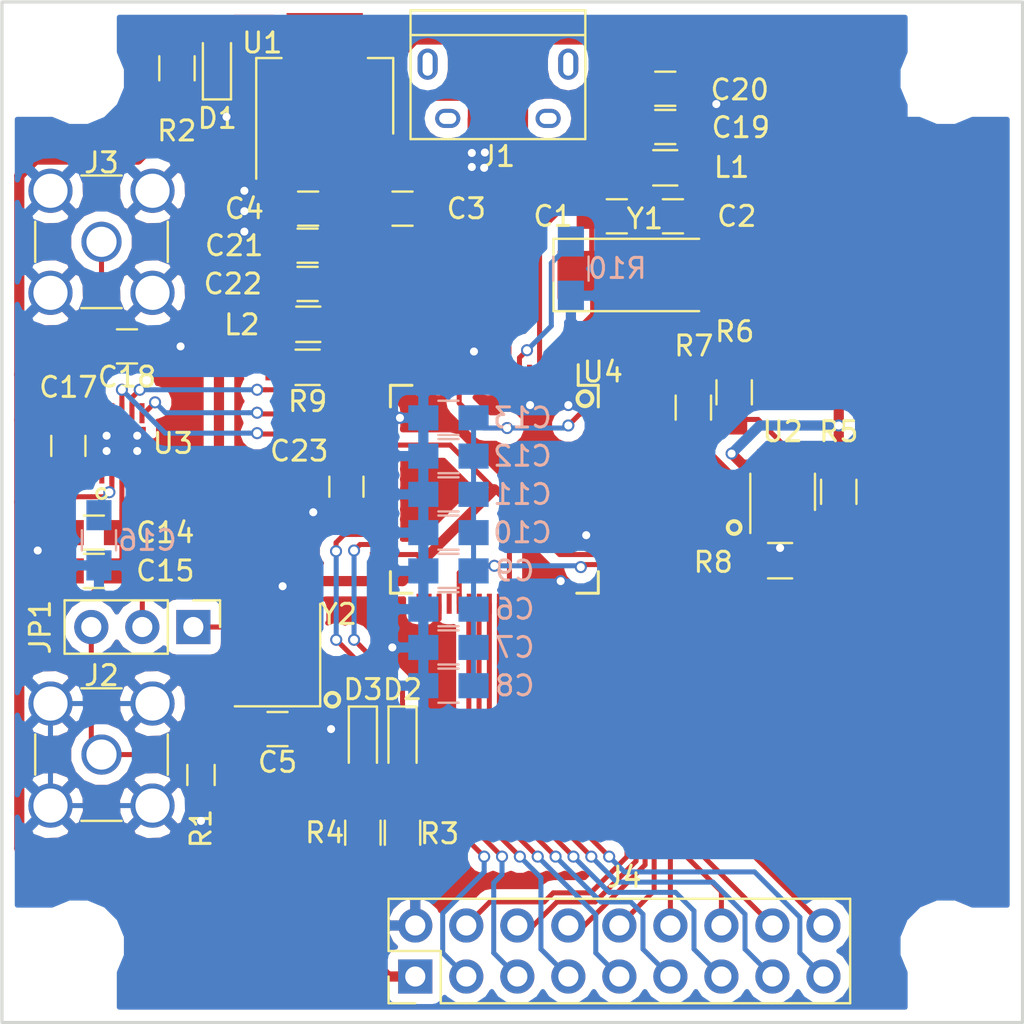
<source format=kicad_pcb>
(kicad_pcb (version 4) (host pcbnew 4.0.6)
  (layers (0 F.Cu signal hide) (31 B.Cu signal hide) (34 B.Paste user hide) (35 F.Paste user) (36 B.SilkS user hide) (37 F.SilkS user) (38 B.Mask user hide) (39 F.Mask user) (44 Edge.Cuts user))
  (net 0 "")
  (net 1 FTOSCO)
  (net 2 GNDA)
  (net 3 FTOSCI)
  (net 4 "Net-(C3-Pad1)")
  (net 5 +3V3)
  (net 6 "Net-(C10-Pad1)")
  (net 7 "Net-(C14-Pad1)")
  (net 8 "Net-(C17-Pad2)")
  (net 9 "Net-(C18-Pad1)")
  (net 10 FTVPHY)
  (net 11 FTVPLL)
  (net 12 "Net-(D1-Pad2)")
  (net 13 "Net-(D2-Pad2)")
  (net 14 FTTXLED)
  (net 15 "Net-(D3-Pad2)")
  (net 16 FTRXLED)
  (net 17 "Net-(J2-Pad1)")
  (net 18 "Net-(J4-Pad3)")
  (net 19 "Net-(J4-Pad4)")
  (net 20 "Net-(J4-Pad5)")
  (net 21 "Net-(J4-Pad6)")
  (net 22 "Net-(J4-Pad7)")
  (net 23 "Net-(J4-Pad8)")
  (net 24 "Net-(J4-Pad9)")
  (net 25 "Net-(J4-Pad10)")
  (net 26 "Net-(J4-Pad11)")
  (net 27 "Net-(J4-Pad12)")
  (net 28 "Net-(J4-Pad13)")
  (net 29 "Net-(J4-Pad14)")
  (net 30 "Net-(J4-Pad15)")
  (net 31 "Net-(J4-Pad16)")
  (net 32 "Net-(J4-Pad17)")
  (net 33 "Net-(J4-Pad18)")
  (net 34 "Net-(JP1-Pad1)")
  (net 35 DAC_CLK)
  (net 36 EEDATA)
  (net 37 EECS)
  (net 38 EECLK)
  (net 39 "Net-(R8-Pad2)")
  (net 40 "Net-(R9-Pad1)")
  (net 41 "Net-(R10-Pad1)")
  (net 42 "Net-(U3-Pad8)")
  (net 43 "Net-(U3-Pad7)")
  (net 44 "Net-(U3-Pad6)")
  (net 45 "Net-(C1-Pad2)")
  (net 46 USB_D-)
  (net 47 USB_D+)
  (module Mounting_Holes:MountingHole_3.5mm (layer F.Cu) (at 72.39 57.15)
    (fp_text reference "" (at 0 -4.5) (layer F.SilkS))
    (fp_text value MountingHole_3.5mm)
    (pad 1 np_thru_hole circle (at 0 0) (size 3.5 3.5) (drill 3.5) (layers *.Cu *.Mask))
  )
  (module Mounting_Holes:MountingHole_3.5mm (layer F.Cu) (at 72.39 100.33)
    (fp_text reference "" (at 0 -4.5) (layer F.SilkS))
    (fp_text value MountingHole_3.5mm)
    (pad 1 np_thru_hole circle (at 0 0) (size 3.5 3.5) (drill 3.5) (layers *.Cu *.Mask))
  )
  (module Mounting_Holes:MountingHole_3.5mm (layer F.Cu) (at 115.57 100.33)
    (fp_text reference "" (at 0 -4.5) (layer F.SilkS))
    (fp_text value MountingHole_3.5mm)
    (pad 1 np_thru_hole circle (at 0 0) (size 3.5 3.5) (drill 3.5) (layers *.Cu *.Mask))
  )
  (module Mounting_Holes:MountingHole_3.5mm (layer F.Cu) (at 115.57 57.15)
    (fp_text reference "" (at 0 -4.5) (layer F.SilkS))
    (fp_text value MountingHole_3.5mm)
    (pad 1 np_thru_hole circle (at 0 0) (size 3.5 3.5) (drill 3.5) (layers *.Cu *.Mask))
  )
  (module Capacitors_SMD:C_0805_HandSoldering (layer F.Cu) (at 83.79221 65.47044 180)
    (fp_text reference C21 (at 3.65521 0.00194 180) (layer F.SilkS))
    (fp_text value 4.7u)
    (pad 1 smd rect (at -1.25 0 180) (size 1.5 1.25) (layers F.Cu F.Paste F.Mask) (net 11 FTVPLL))
    (pad 2 smd rect (at 1.25 0 180) (size 1.5 1.25) (layers F.Cu F.Paste F.Mask) (net 2 GNDA))
  )
  (module Inductors_SMD:L_0805_HandSoldering (layer F.Cu) (at 83.8288 69.383142)
    (fp_text reference L2 (at -3.3108 0.022358) (layer F.SilkS))
    (fp_text value 800m)
    (pad 1 smd rect (at -1.35 0) (size 1.5 1.3) (layers F.Cu F.Paste F.Mask) (net 5 +3V3))
    (pad 2 smd rect (at 1.35 0) (size 1.5 1.3) (layers F.Cu F.Paste F.Mask) (net 11 FTVPLL))
  )
  (module Capacitors_SMD:C_0805_HandSoldering (layer F.Cu) (at 83.79221 67.37544 180)
    (fp_text reference C22 (at 3.71871 0.00194 180) (layer F.SilkS))
    (fp_text value 100n)
    (pad 1 smd rect (at -1.25 0 180) (size 1.5 1.25) (layers F.Cu F.Paste F.Mask) (net 11 FTVPLL))
    (pad 2 smd rect (at 1.25 0 180) (size 1.5 1.25) (layers F.Cu F.Paste F.Mask) (net 2 GNDA))
  )
  (module Resistors_SMD:R_0805_HandSoldering (layer F.Cu) (at 105.029 72.771 270)
    (fp_text reference R6 (at -3.0226 -0.0254 360) (layer F.SilkS))
    (fp_text value 10k)
    (pad 1 smd rect (at -1.35 0 270) (size 1.5 1.3) (layers F.Cu F.Paste F.Mask) (net 5 +3V3))
    (pad 2 smd rect (at 1.35 0 270) (size 1.5 1.3) (layers F.Cu F.Paste F.Mask) (net 37 EECS))
  )
  (module WG:AD9837 (layer F.Cu) (at 74.549 75.311 90)
    (fp_text reference U3 (at 0 2.54 180) (layer F.SilkS))
    (fp_text value AD9837)
    (pad 11 smd rect (at 0 0 90) (size 1.64 2.38) (layers F.Cu F.Paste F.Mask) (net 2 GNDA))
    (pad 1 smd rect (at -1.5 -1 90) (size 1 0.25) (layers F.Cu F.Paste F.Mask) (net 8 "Net-(C17-Pad2)"))
    (pad 2 smd rect (at -1.5 -0.5 90) (size 1 0.25) (layers F.Cu F.Paste F.Mask) (net 5 +3V3))
    (pad 3 smd rect (at -1.5 0 90) (size 1 0.25) (layers F.Cu F.Paste F.Mask) (net 7 "Net-(C14-Pad1)"))
    (pad 4 smd rect (at -1.5 0.5 90) (size 1 0.25) (layers F.Cu F.Paste F.Mask) (net 2 GNDA))
    (pad 5 smd rect (at -1.5 1 90) (size 1 0.25) (layers F.Cu F.Paste F.Mask) (net 35 DAC_CLK))
    (pad 6 smd rect (at 1.5 1 90) (size 1 0.25) (layers F.Cu F.Paste F.Mask) (net 44 "Net-(U3-Pad6)"))
    (pad 7 smd rect (at 1.5 0.5 90) (size 1 0.25) (layers F.Cu F.Paste F.Mask) (net 43 "Net-(U3-Pad7)"))
    (pad 8 smd rect (at 1.5 0 90) (size 1 0.25) (layers F.Cu F.Paste F.Mask) (net 42 "Net-(U3-Pad8)"))
    (pad 9 smd rect (at 1.5 -0.5 90) (size 1 0.25) (layers F.Cu F.Paste F.Mask) (net 2 GNDA))
    (pad 10 smd rect (at 1.5 -1 90) (size 1 0.25) (layers F.Cu F.Paste F.Mask) (net 9 "Net-(C18-Pad1)"))
  )
  (module Capacitors_SMD:C_0805_HandSoldering (layer F.Cu) (at 99.187 64.008)
    (fp_text reference C1 (at -3.175 0) (layer F.SilkS))
    (fp_text value 27p)
    (pad 1 smd rect (at -1.25 0) (size 1.5 1.25) (layers F.Cu F.Paste F.Mask) (net 1 FTOSCO))
    (pad 2 smd rect (at 1.25 0) (size 1.5 1.25) (layers F.Cu F.Paste F.Mask) (net 45 "Net-(C1-Pad2)"))
  )
  (module Capacitors_SMD:C_0805_HandSoldering (layer F.Cu) (at 101.981 64.008 180)
    (fp_text reference C2 (at -3.175 0 180) (layer F.SilkS))
    (fp_text value 27p)
    (pad 1 smd rect (at -1.25 0 180) (size 1.5 1.25) (layers F.Cu F.Paste F.Mask) (net 3 FTOSCI))
    (pad 2 smd rect (at 1.25 0 180) (size 1.5 1.25) (layers F.Cu F.Paste F.Mask) (net 45 "Net-(C1-Pad2)"))
  )
  (module Capacitors_SMD:C_0805_HandSoldering (layer F.Cu) (at 88.519 63.627)
    (fp_text reference C3 (at 3.175 0) (layer F.SilkS))
    (fp_text value 100n)
    (pad 1 smd rect (at -1.25 0) (size 1.5 1.25) (layers F.Cu F.Paste F.Mask) (net 4 "Net-(C3-Pad1)"))
    (pad 2 smd rect (at 1.25 0) (size 1.5 1.25) (layers F.Cu F.Paste F.Mask) (net 2 GNDA))
  )
  (module Capacitors_SMD:C_0805_HandSoldering (layer F.Cu) (at 83.82 63.627 180)
    (fp_text reference C4 (at 3.175 0 180) (layer F.SilkS))
    (fp_text value 10u)
    (pad 1 smd rect (at -1.25 0 180) (size 1.5 1.25) (layers F.Cu F.Paste F.Mask) (net 5 +3V3))
    (pad 2 smd rect (at 1.25 0 180) (size 1.5 1.25) (layers F.Cu F.Paste F.Mask) (net 2 GNDA))
  )
  (module Capacitors_SMD:C_0805_HandSoldering (layer F.Cu) (at 82.296 89.535)
    (fp_text reference C5 (at 0 1.651 180) (layer F.SilkS))
    (fp_text value 100n)
    (pad 1 smd rect (at -1.25 0) (size 1.5 1.25) (layers F.Cu F.Paste F.Mask) (net 5 +3V3))
    (pad 2 smd rect (at 1.25 0) (size 1.5 1.25) (layers F.Cu F.Paste F.Mask) (net 2 GNDA))
  )
  (module Capacitors_SMD:C_0805_HandSoldering (layer B.Cu) (at 90.805 83.566 180)
    (fp_text reference C6 (at -3.302 0 180) (layer B.SilkS) (effects (justify mirror)))
    (fp_text value 3.3u)
    (pad 1 smd rect (at -1.25 0 180) (size 1.5 1.25) (layers B.Cu B.Paste B.Mask) (net 6 "Net-(C10-Pad1)"))
    (pad 2 smd rect (at 1.25 0 180) (size 1.5 1.25) (layers B.Cu B.Paste B.Mask) (net 2 GNDA))
  )
  (module Capacitors_SMD:C_0805_HandSoldering (layer B.Cu) (at 90.805 85.471 180)
    (fp_text reference C7 (at -3.302 0 180) (layer B.SilkS) (effects (justify mirror)))
    (fp_text value 100n)
    (pad 1 smd rect (at -1.25 0 180) (size 1.5 1.25) (layers B.Cu B.Paste B.Mask) (net 6 "Net-(C10-Pad1)"))
    (pad 2 smd rect (at 1.25 0 180) (size 1.5 1.25) (layers B.Cu B.Paste B.Mask) (net 2 GNDA))
  )
  (module Capacitors_SMD:C_0805_HandSoldering (layer B.Cu) (at 90.805 87.376 180)
    (fp_text reference C8 (at -3.302 0 180) (layer B.SilkS) (effects (justify mirror)))
    (fp_text value 100n)
    (pad 1 smd rect (at -1.25 0 180) (size 1.5 1.25) (layers B.Cu B.Paste B.Mask) (net 6 "Net-(C10-Pad1)"))
    (pad 2 smd rect (at 1.25 0 180) (size 1.5 1.25) (layers B.Cu B.Paste B.Mask) (net 2 GNDA))
  )
  (module Capacitors_SMD:C_0805_HandSoldering (layer B.Cu) (at 90.805 81.661 180)
    (fp_text reference C9 (at -3.302 0 180) (layer B.SilkS) (effects (justify mirror)))
    (fp_text value 100n)
    (pad 1 smd rect (at -1.25 0 180) (size 1.5 1.25) (layers B.Cu B.Paste B.Mask) (net 6 "Net-(C10-Pad1)"))
    (pad 2 smd rect (at 1.25 0 180) (size 1.5 1.25) (layers B.Cu B.Paste B.Mask) (net 2 GNDA))
  )
  (module Capacitors_SMD:C_0805_HandSoldering (layer B.Cu) (at 90.805 79.756 180)
    (fp_text reference C10 (at -3.683 0 180) (layer B.SilkS) (effects (justify mirror)))
    (fp_text value 100n)
    (pad 1 smd rect (at -1.25 0 180) (size 1.5 1.25) (layers B.Cu B.Paste B.Mask) (net 6 "Net-(C10-Pad1)"))
    (pad 2 smd rect (at 1.25 0 180) (size 1.5 1.25) (layers B.Cu B.Paste B.Mask) (net 2 GNDA))
  )
  (module Capacitors_SMD:C_0805_HandSoldering (layer B.Cu) (at 90.805 77.851 180)
    (fp_text reference C11 (at -3.683 0 180) (layer B.SilkS) (effects (justify mirror)))
    (fp_text value 100n)
    (pad 1 smd rect (at -1.25 0 180) (size 1.5 1.25) (layers B.Cu B.Paste B.Mask) (net 6 "Net-(C10-Pad1)"))
    (pad 2 smd rect (at 1.25 0 180) (size 1.5 1.25) (layers B.Cu B.Paste B.Mask) (net 2 GNDA))
  )
  (module Capacitors_SMD:C_0805_HandSoldering (layer B.Cu) (at 90.805 75.946 180)
    (fp_text reference C12 (at -3.683 0 180) (layer B.SilkS) (effects (justify mirror)))
    (fp_text value 100n)
    (pad 1 smd rect (at -1.25 0 180) (size 1.5 1.25) (layers B.Cu B.Paste B.Mask) (net 6 "Net-(C10-Pad1)"))
    (pad 2 smd rect (at 1.25 0 180) (size 1.5 1.25) (layers B.Cu B.Paste B.Mask) (net 2 GNDA))
  )
  (module Capacitors_SMD:C_0805_HandSoldering (layer B.Cu) (at 90.805 74.041 180)
    (fp_text reference C13 (at -3.683 0 180) (layer B.SilkS) (effects (justify mirror)))
    (fp_text value 100n)
    (pad 1 smd rect (at -1.25 0 180) (size 1.5 1.25) (layers B.Cu B.Paste B.Mask) (net 6 "Net-(C10-Pad1)"))
    (pad 2 smd rect (at 1.25 0 180) (size 1.5 1.25) (layers B.Cu B.Paste B.Mask) (net 2 GNDA))
  )
  (module Capacitors_SMD:C_0805_HandSoldering (layer F.Cu) (at 73.152 79.756 180)
    (fp_text reference C14 (at -3.556 0 360) (layer F.SilkS))
    (fp_text value 100n)
    (pad 1 smd rect (at -1.25 0 180) (size 1.5 1.25) (layers F.Cu F.Paste F.Mask) (net 7 "Net-(C14-Pad1)"))
    (pad 2 smd rect (at 1.25 0 180) (size 1.5 1.25) (layers F.Cu F.Paste F.Mask) (net 2 GNDA))
  )
  (module Capacitors_SMD:C_0805_HandSoldering (layer F.Cu) (at 73.152 81.661 180)
    (fp_text reference C15 (at -3.556 0 360) (layer F.SilkS))
    (fp_text value 10u)
    (pad 1 smd rect (at -1.25 0 180) (size 1.5 1.25) (layers F.Cu F.Paste F.Mask) (net 7 "Net-(C14-Pad1)"))
    (pad 2 smd rect (at 1.25 0 180) (size 1.5 1.25) (layers F.Cu F.Paste F.Mask) (net 2 GNDA))
  )
  (module Capacitors_SMD:C_0805_HandSoldering (layer B.Cu) (at 73.406 80.137 270)
    (fp_text reference C16 (at 0 -2.413 360) (layer B.SilkS) (effects (justify mirror)))
    (fp_text value 100n)
    (pad 1 smd rect (at -1.25 0 270) (size 1.5 1.25) (layers B.Cu B.Paste B.Mask) (net 5 +3V3))
    (pad 2 smd rect (at 1.25 0 270) (size 1.5 1.25) (layers B.Cu B.Paste B.Mask) (net 2 GNDA))
  )
  (module Capacitors_SMD:C_0805_HandSoldering (layer F.Cu) (at 71.882 75.438 270)
    (fp_text reference C17 (at -2.921 0 540) (layer F.SilkS))
    (fp_text value 10n)
    (pad 1 smd rect (at -1.25 0 270) (size 1.5 1.25) (layers F.Cu F.Paste F.Mask) (net 5 +3V3))
    (pad 2 smd rect (at 1.25 0 270) (size 1.5 1.25) (layers F.Cu F.Paste F.Mask) (net 8 "Net-(C17-Pad2)"))
  )
  (module Capacitors_SMD:C_0805_HandSoldering (layer F.Cu) (at 74.803 70.485)
    (fp_text reference C18 (at 0 1.524) (layer F.SilkS))
    (fp_text value 100n)
    (pad 1 smd rect (at -1.25 0) (size 1.5 1.25) (layers F.Cu F.Paste F.Mask) (net 9 "Net-(C18-Pad1)"))
    (pad 2 smd rect (at 1.25 0) (size 1.5 1.25) (layers F.Cu F.Paste F.Mask) (net 2 GNDA))
  )
  (module Capacitors_SMD:C_0805_HandSoldering (layer F.Cu) (at 101.6 59.563)
    (fp_text reference C19 (at 3.7592 0.0254) (layer F.SilkS))
    (fp_text value 4.7u)
    (pad 1 smd rect (at -1.25 0) (size 1.5 1.25) (layers F.Cu F.Paste F.Mask) (net 10 FTVPHY))
    (pad 2 smd rect (at 1.25 0) (size 1.5 1.25) (layers F.Cu F.Paste F.Mask) (net 2 GNDA))
  )
  (module Capacitors_SMD:C_0805_HandSoldering (layer F.Cu) (at 101.6 57.658)
    (fp_text reference C20 (at 3.7084 0.0508) (layer F.SilkS))
    (fp_text value 100n)
    (pad 1 smd rect (at -1.25 0) (size 1.5 1.25) (layers F.Cu F.Paste F.Mask) (net 10 FTVPHY))
    (pad 2 smd rect (at 1.25 0) (size 1.5 1.25) (layers F.Cu F.Paste F.Mask) (net 2 GNDA))
  )
  (module LEDs:LED_0805 (layer F.Cu) (at 79.28 56.388 90)
    (fp_text reference D1 (at -2.7432 0.0188 180) (layer F.SilkS))
    (fp_text value LED_Small)
    (pad 2 smd rect (at 1.1 0 270) (size 1.2 1.2) (layers F.Cu F.Paste F.Mask) (net 12 "Net-(D1-Pad2)"))
    (pad 1 smd rect (at -1.1 0 270) (size 1.2 1.2) (layers F.Cu F.Paste F.Mask) (net 2 GNDA))
  )
  (module LEDs:LED_0805 (layer F.Cu) (at 88.519 90.213 270)
    (fp_text reference D2 (at -2.6465 0 360) (layer F.SilkS))
    (fp_text value LED_Small)
    (pad 2 smd rect (at 1.1 0 90) (size 1.2 1.2) (layers F.Cu F.Paste F.Mask) (net 13 "Net-(D2-Pad2)"))
    (pad 1 smd rect (at -1.1 0 90) (size 1.2 1.2) (layers F.Cu F.Paste F.Mask) (net 14 FTTXLED))
  )
  (module LEDs:LED_0805 (layer F.Cu) (at 86.544864 90.213 270)
    (fp_text reference D3 (at -2.6465 -0.005636 360) (layer F.SilkS))
    (fp_text value LED_Small)
    (pad 2 smd rect (at 1.1 0 90) (size 1.2 1.2) (layers F.Cu F.Paste F.Mask) (net 15 "Net-(D3-Pad2)"))
    (pad 1 smd rect (at -1.1 0 90) (size 1.2 1.2) (layers F.Cu F.Paste F.Mask) (net 16 FTRXLED))
  )
  (module Connectors:USB_Micro-B (layer F.Cu) (at 93.2688 57.785 180)
    (fp_text reference J1 (at 0 -3.24 180) (layer F.SilkS))
    (fp_text value USB_B)
    (pad 1 smd rect (at -1.3 -1.35 270) (size 1.35 0.4) (layers F.Cu F.Paste F.Mask) (net 4 "Net-(C3-Pad1)"))
    (pad 2 smd rect (at -0.65 -1.35 270) (size 1.35 0.4) (layers F.Cu F.Paste F.Mask) (net 46 USB_D-))
    (pad 3 smd rect (at 0 -1.35 270) (size 1.35 0.4) (layers F.Cu F.Paste F.Mask) (net 47 USB_D+))
    (pad 4 smd rect (at 0.65 -1.35 270) (size 1.35 0.4) (layers F.Cu F.Paste F.Mask) (net 2 GNDA))
    (pad 5 smd rect (at 1.3 -1.35 270) (size 1.35 0.4) (layers F.Cu F.Paste F.Mask) (net 2 GNDA))
    (pad 6 thru_hole oval (at -2.5 -1.35 270) (size 0.95 1.25) (drill oval 0.55 0.85) (layers *.Cu *.Mask))
    (pad 6 thru_hole oval (at 2.5 -1.35 270) (size 0.95 1.25) (drill oval 0.55 0.85) (layers *.Cu *.Mask))
    (pad 6 thru_hole oval (at -3.5 1.35 270) (size 1.55 1) (drill oval 1.15 0.5) (layers *.Cu *.Mask))
    (pad 6 thru_hole oval (at 3.5 1.35 270) (size 1.55 1) (drill oval 1.15 0.5) (layers *.Cu *.Mask))
  )
  (module Connectors:SMA_THT_Jack_Straight (layer F.Cu) (at 73.533 90.805 180)
    (fp_text reference J2 (at 0 3.937 360) (layer F.SilkS))
    (fp_text value EXT_CLK)
    (pad 2 thru_hole circle (at -2.54 2.54 180) (size 2.2 2.2) (drill 1.7) (layers *.Cu *.Mask) (net 2 GNDA))
    (pad 2 thru_hole circle (at -2.54 -2.54 180) (size 2.2 2.2) (drill 1.7) (layers *.Cu *.Mask) (net 2 GNDA))
    (pad 2 thru_hole circle (at 2.54 -2.54 180) (size 2.2 2.2) (drill 1.7) (layers *.Cu *.Mask) (net 2 GNDA))
    (pad 2 thru_hole circle (at 2.54 2.54 180) (size 2.2 2.2) (drill 1.7) (layers *.Cu *.Mask) (net 2 GNDA))
    (pad 1 thru_hole circle (at 0 0 180) (size 2 2) (drill 1.5) (layers *.Cu *.Mask) (net 17 "Net-(J2-Pad1)"))
  )
  (module Connectors:SMA_THT_Jack_Straight (layer F.Cu) (at 73.533 65.278)
    (fp_text reference J3 (at 0 -3.937) (layer F.SilkS))
    (fp_text value VOUT)
    (pad 2 thru_hole circle (at -2.54 2.54) (size 2.2 2.2) (drill 1.7) (layers *.Cu *.Mask) (net 2 GNDA))
    (pad 2 thru_hole circle (at -2.54 -2.54) (size 2.2 2.2) (drill 1.7) (layers *.Cu *.Mask) (net 2 GNDA))
    (pad 2 thru_hole circle (at 2.54 -2.54) (size 2.2 2.2) (drill 1.7) (layers *.Cu *.Mask) (net 2 GNDA))
    (pad 2 thru_hole circle (at 2.54 2.54) (size 2.2 2.2) (drill 1.7) (layers *.Cu *.Mask) (net 2 GNDA))
    (pad 1 thru_hole circle (at 0 0) (size 2 2) (drill 1.5) (layers *.Cu *.Mask) (net 9 "Net-(C18-Pad1)"))
  )
  (module Pin_Headers:Pin_Header_Straight_2x09_Pitch2.54mm (layer F.Cu) (at 89.154 101.854 90)
    (fp_text reference J4 (at 4.953 10.414 180) (layer F.SilkS))
    (fp_text value CONN_02X09)
    (pad 1 thru_hole rect (at 0 0 90) (size 1.7 1.7) (drill 1) (layers *.Cu *.Mask) (net 5 +3V3))
    (pad 2 thru_hole oval (at 2.54 0 90) (size 1.7 1.7) (drill 1) (layers *.Cu *.Mask) (net 2 GNDA))
    (pad 3 thru_hole oval (at 0 2.54 90) (size 1.7 1.7) (drill 1) (layers *.Cu *.Mask) (net 18 "Net-(J4-Pad3)"))
    (pad 4 thru_hole oval (at 2.54 2.54 90) (size 1.7 1.7) (drill 1) (layers *.Cu *.Mask) (net 19 "Net-(J4-Pad4)"))
    (pad 5 thru_hole oval (at 0 5.08 90) (size 1.7 1.7) (drill 1) (layers *.Cu *.Mask) (net 20 "Net-(J4-Pad5)"))
    (pad 6 thru_hole oval (at 2.54 5.08 90) (size 1.7 1.7) (drill 1) (layers *.Cu *.Mask) (net 21 "Net-(J4-Pad6)"))
    (pad 7 thru_hole oval (at 0 7.62 90) (size 1.7 1.7) (drill 1) (layers *.Cu *.Mask) (net 22 "Net-(J4-Pad7)"))
    (pad 8 thru_hole oval (at 2.54 7.62 90) (size 1.7 1.7) (drill 1) (layers *.Cu *.Mask) (net 23 "Net-(J4-Pad8)"))
    (pad 9 thru_hole oval (at 0 10.16 90) (size 1.7 1.7) (drill 1) (layers *.Cu *.Mask) (net 24 "Net-(J4-Pad9)"))
    (pad 10 thru_hole oval (at 2.54 10.16 90) (size 1.7 1.7) (drill 1) (layers *.Cu *.Mask) (net 25 "Net-(J4-Pad10)"))
    (pad 11 thru_hole oval (at 0 12.7 90) (size 1.7 1.7) (drill 1) (layers *.Cu *.Mask) (net 26 "Net-(J4-Pad11)"))
    (pad 12 thru_hole oval (at 2.54 12.7 90) (size 1.7 1.7) (drill 1) (layers *.Cu *.Mask) (net 27 "Net-(J4-Pad12)"))
    (pad 13 thru_hole oval (at 0 15.24 90) (size 1.7 1.7) (drill 1) (layers *.Cu *.Mask) (net 28 "Net-(J4-Pad13)"))
    (pad 14 thru_hole oval (at 2.54 15.24 90) (size 1.7 1.7) (drill 1) (layers *.Cu *.Mask) (net 29 "Net-(J4-Pad14)"))
    (pad 15 thru_hole oval (at 0 17.78 90) (size 1.7 1.7) (drill 1) (layers *.Cu *.Mask) (net 30 "Net-(J4-Pad15)"))
    (pad 16 thru_hole oval (at 2.54 17.78 90) (size 1.7 1.7) (drill 1) (layers *.Cu *.Mask) (net 31 "Net-(J4-Pad16)"))
    (pad 17 thru_hole oval (at 0 20.32 90) (size 1.7 1.7) (drill 1) (layers *.Cu *.Mask) (net 32 "Net-(J4-Pad17)"))
    (pad 18 thru_hole oval (at 2.54 20.32 90) (size 1.7 1.7) (drill 1) (layers *.Cu *.Mask) (net 33 "Net-(J4-Pad18)"))
  )
  (module Pin_Headers:Pin_Header_Straight_1x03_Pitch2.54mm (layer F.Cu) (at 78.105 84.455 270)
    (fp_text reference JP1 (at 0 7.62 270) (layer F.SilkS))
    (fp_text value CLK_SELECT)
    (pad 1 thru_hole rect (at 0 0 270) (size 1.7 1.7) (drill 1) (layers *.Cu *.Mask) (net 34 "Net-(JP1-Pad1)"))
    (pad 2 thru_hole oval (at 0 2.54 270) (size 1.7 1.7) (drill 1) (layers *.Cu *.Mask) (net 35 DAC_CLK))
    (pad 3 thru_hole oval (at 0 5.08 270) (size 1.7 1.7) (drill 1) (layers *.Cu *.Mask) (net 17 "Net-(J2-Pad1)"))
  )
  (module Inductors_SMD:L_0805_HandSoldering (layer F.Cu) (at 101.6 61.595 180)
    (fp_text reference L1 (at -3.302 0.0254 180) (layer F.SilkS))
    (fp_text value 800m)
    (pad 1 smd rect (at -1.35 0 180) (size 1.5 1.3) (layers F.Cu F.Paste F.Mask) (net 5 +3V3))
    (pad 2 smd rect (at 1.35 0 180) (size 1.5 1.3) (layers F.Cu F.Paste F.Mask) (net 10 FTVPHY))
  )
  (module Resistors_SMD:R_0603_HandSoldering (layer F.Cu) (at 78.486 91.821 270)
    (fp_text reference R1 (at 2.667 0 270) (layer F.SilkS))
    (fp_text value 50)
    (pad 1 smd rect (at -1.1 0 270) (size 1.2 0.9) (layers F.Cu F.Paste F.Mask) (net 17 "Net-(J2-Pad1)"))
    (pad 2 smd rect (at 1.1 0 270) (size 1.2 0.9) (layers F.Cu F.Paste F.Mask) (net 2 GNDA))
  )
  (module Resistors_SMD:R_0805_HandSoldering (layer F.Cu) (at 77.29 56.64 270)
    (fp_text reference R2 (at 3.1135 0.0105 360) (layer F.SilkS))
    (fp_text value 470)
    (pad 1 smd rect (at -1.35 0 270) (size 1.5 1.3) (layers F.Cu F.Paste F.Mask) (net 12 "Net-(D1-Pad2)"))
    (pad 2 smd rect (at 1.35 0 270) (size 1.5 1.3) (layers F.Cu F.Paste F.Mask) (net 5 +3V3))
  )
  (module Resistors_SMD:R_0805_HandSoldering (layer F.Cu) (at 88.519 94.695 270)
    (fp_text reference R3 (at 0.047 -1.8415 360) (layer F.SilkS))
    (fp_text value 470)
    (pad 1 smd rect (at -1.35 0 270) (size 1.5 1.3) (layers F.Cu F.Paste F.Mask) (net 13 "Net-(D2-Pad2)"))
    (pad 2 smd rect (at 1.35 0 270) (size 1.5 1.3) (layers F.Cu F.Paste F.Mask) (net 5 +3V3))
  )
  (module Resistors_SMD:R_0805_HandSoldering (layer F.Cu) (at 86.544864 94.695 270)
    (fp_text reference R4 (at 0 1.899364 360) (layer F.SilkS))
    (fp_text value 470)
    (pad 1 smd rect (at -1.35 0 270) (size 1.5 1.3) (layers F.Cu F.Paste F.Mask) (net 15 "Net-(D3-Pad2)"))
    (pad 2 smd rect (at 1.35 0 270) (size 1.5 1.3) (layers F.Cu F.Paste F.Mask) (net 5 +3V3))
  )
  (module Resistors_SMD:R_0805_HandSoldering (layer F.Cu) (at 110.236 77.724 270)
    (fp_text reference R5 (at -2.9972 0 360) (layer F.SilkS))
    (fp_text value 10k)
    (pad 1 smd rect (at -1.35 0 270) (size 1.5 1.3) (layers F.Cu F.Paste F.Mask) (net 5 +3V3))
    (pad 2 smd rect (at 1.35 0 270) (size 1.5 1.3) (layers F.Cu F.Paste F.Mask) (net 36 EEDATA))
  )
  (module Resistors_SMD:R_0805_HandSoldering (layer F.Cu) (at 102.997 73.533 270)
    (fp_text reference R7 (at -3.0734 -0.0254 360) (layer F.SilkS))
    (fp_text value 10k)
    (pad 1 smd rect (at -1.35 0 270) (size 1.5 1.3) (layers F.Cu F.Paste F.Mask) (net 5 +3V3))
    (pad 2 smd rect (at 1.35 0 270) (size 1.5 1.3) (layers F.Cu F.Paste F.Mask) (net 38 EECLK))
  )
  (module Resistors_SMD:R_0805_HandSoldering (layer F.Cu) (at 107.315 81.153 180)
    (fp_text reference R8 (at 3.3274 -0.0762 180) (layer F.SilkS))
    (fp_text value 2.2k)
    (pad 1 smd rect (at -1.35 0 180) (size 1.5 1.3) (layers F.Cu F.Paste F.Mask) (net 36 EEDATA))
    (pad 2 smd rect (at 1.35 0 180) (size 1.5 1.3) (layers F.Cu F.Paste F.Mask) (net 39 "Net-(R8-Pad2)"))
  )
  (module Resistors_SMD:R_0805_HandSoldering (layer F.Cu) (at 83.7946 71.5264 180)
    (fp_text reference R9 (at 0 -1.7 180) (layer F.SilkS))
    (fp_text value 1k)
    (pad 1 smd rect (at -1.35 0 180) (size 1.5 1.3) (layers F.Cu F.Paste F.Mask) (net 40 "Net-(R9-Pad1)"))
    (pad 2 smd rect (at 1.35 0 180) (size 1.5 1.3) (layers F.Cu F.Paste F.Mask) (net 5 +3V3))
  )
  (module Resistors_SMD:R_0805_HandSoldering (layer B.Cu) (at 96.901 66.6115 270)
    (fp_text reference R10 (at -0.0127 -2.3114 540) (layer B.SilkS) (effects (justify mirror)))
    (fp_text value 12k)
    (pad 1 smd rect (at -1.35 0 270) (size 1.5 1.3) (layers B.Cu B.Paste B.Mask) (net 41 "Net-(R10-Pad1)"))
    (pad 2 smd rect (at 1.35 0 270) (size 1.5 1.3) (layers B.Cu B.Paste B.Mask) (net 2 GNDA))
  )
  (module TO_SOT_Packages_SMD:SOT-23-6_Handsoldering (layer F.Cu) (at 107.442 77.724 90)
    (fp_text reference U2 (at 2.9972 0 180) (layer F.SilkS))
    (fp_text value 93LC46BT)
    (pad 1 smd rect (at -1.35 -0.95 90) (size 1.56 0.65) (layers F.Cu F.Paste F.Mask) (net 39 "Net-(R8-Pad2)"))
    (pad 2 smd rect (at -1.35 0 90) (size 1.56 0.65) (layers F.Cu F.Paste F.Mask) (net 2 GNDA))
    (pad 3 smd rect (at -1.35 0.95 90) (size 1.56 0.65) (layers F.Cu F.Paste F.Mask) (net 36 EEDATA))
    (pad 4 smd rect (at 1.35 0.95 90) (size 1.56 0.65) (layers F.Cu F.Paste F.Mask) (net 38 EECLK))
    (pad 6 smd rect (at 1.35 -0.95 90) (size 1.56 0.65) (layers F.Cu F.Paste F.Mask) (net 5 +3V3))
    (pad 5 smd rect (at 1.35 0 90) (size 1.56 0.65) (layers F.Cu F.Paste F.Mask) (net 37 EECS))
  )
  (module Housings_QFP:LQFP-64_10x10mm_Pitch0.5mm (layer F.Cu) (at 93.091 77.597 270)
    (fp_text reference U4 (at -5.842 -5.3975 360) (layer F.SilkS))
    (fp_text value FT2232H)
    (pad 1 smd rect (at -5.7 -3.75 270) (size 1 0.25) (layers F.Cu F.Paste F.Mask) (net 2 GNDA))
    (pad 2 smd rect (at -5.7 -3.25 270) (size 1 0.25) (layers F.Cu F.Paste F.Mask) (net 3 FTOSCI))
    (pad 3 smd rect (at -5.7 -2.75 270) (size 1 0.25) (layers F.Cu F.Paste F.Mask) (net 1 FTOSCO))
    (pad 4 smd rect (at -5.7 -2.25 270) (size 1 0.25) (layers F.Cu F.Paste F.Mask) (net 10 FTVPHY))
    (pad 5 smd rect (at -5.7 -1.75 270) (size 1 0.25) (layers F.Cu F.Paste F.Mask) (net 2 GNDA))
    (pad 6 smd rect (at -5.7 -1.25 270) (size 1 0.25) (layers F.Cu F.Paste F.Mask) (net 41 "Net-(R10-Pad1)"))
    (pad 7 smd rect (at -5.7 -0.75 270) (size 1 0.25) (layers F.Cu F.Paste F.Mask) (net 46 USB_D-))
    (pad 8 smd rect (at -5.7 -0.25 270) (size 1 0.25) (layers F.Cu F.Paste F.Mask) (net 47 USB_D+))
    (pad 9 smd rect (at -5.7 0.25 270) (size 1 0.25) (layers F.Cu F.Paste F.Mask) (net 11 FTVPLL))
    (pad 10 smd rect (at -5.7 0.75 270) (size 1 0.25) (layers F.Cu F.Paste F.Mask) (net 2 GNDA))
    (pad 11 smd rect (at -5.7 1.25 270) (size 1 0.25) (layers F.Cu F.Paste F.Mask) (net 2 GNDA))
    (pad 12 smd rect (at -5.7 1.75 270) (size 1 0.25) (layers F.Cu F.Paste F.Mask) (net 6 "Net-(C10-Pad1)"))
    (pad 13 smd rect (at -5.7 2.25 270) (size 1 0.25) (layers F.Cu F.Paste F.Mask) (net 2 GNDA))
    (pad 14 smd rect (at -5.7 2.75 270) (size 1 0.25) (layers F.Cu F.Paste F.Mask) (net 40 "Net-(R9-Pad1)"))
    (pad 15 smd rect (at -5.7 3.25 270) (size 1 0.25) (layers F.Cu F.Paste F.Mask) (net 2 GNDA))
    (pad 16 smd rect (at -5.7 3.75 270) (size 1 0.25) (layers F.Cu F.Paste F.Mask) (net 43 "Net-(U3-Pad7)"))
    (pad 17 smd rect (at -3.75 5.7) (size 1 0.25) (layers F.Cu F.Paste F.Mask) (net 44 "Net-(U3-Pad6)"))
    (pad 18 smd rect (at -3.25 5.7) (size 1 0.25) (layers F.Cu F.Paste F.Mask))
    (pad 19 smd rect (at -2.75 5.7) (size 1 0.25) (layers F.Cu F.Paste F.Mask) (net 42 "Net-(U3-Pad8)"))
    (pad 20 smd rect (at -2.25 5.7) (size 1 0.25) (layers F.Cu F.Paste F.Mask) (net 5 +3V3))
    (pad 21 smd rect (at -1.75 5.7) (size 1 0.25) (layers F.Cu F.Paste F.Mask))
    (pad 22 smd rect (at -1.25 5.7) (size 1 0.25) (layers F.Cu F.Paste F.Mask))
    (pad 23 smd rect (at -0.75 5.7) (size 1 0.25) (layers F.Cu F.Paste F.Mask))
    (pad 24 smd rect (at -0.25 5.7) (size 1 0.25) (layers F.Cu F.Paste F.Mask))
    (pad 25 smd rect (at 0.25 5.7) (size 1 0.25) (layers F.Cu F.Paste F.Mask) (net 2 GNDA))
    (pad 26 smd rect (at 0.75 5.7) (size 1 0.25) (layers F.Cu F.Paste F.Mask))
    (pad 27 smd rect (at 1.25 5.7) (size 1 0.25) (layers F.Cu F.Paste F.Mask))
    (pad 28 smd rect (at 1.75 5.7) (size 1 0.25) (layers F.Cu F.Paste F.Mask))
    (pad 29 smd rect (at 2.25 5.7) (size 1 0.25) (layers F.Cu F.Paste F.Mask) (net 16 FTRXLED))
    (pad 30 smd rect (at 2.75 5.7) (size 1 0.25) (layers F.Cu F.Paste F.Mask) (net 14 FTTXLED))
    (pad 31 smd rect (at 3.25 5.7) (size 1 0.25) (layers F.Cu F.Paste F.Mask) (net 5 +3V3))
    (pad 32 smd rect (at 3.75 5.7) (size 1 0.25) (layers F.Cu F.Paste F.Mask))
    (pad 33 smd rect (at 5.7 3.75 270) (size 1 0.25) (layers F.Cu F.Paste F.Mask))
    (pad 34 smd rect (at 5.7 3.25 270) (size 1 0.25) (layers F.Cu F.Paste F.Mask))
    (pad 35 smd rect (at 5.7 2.75 270) (size 1 0.25) (layers F.Cu F.Paste F.Mask) (net 2 GNDA))
    (pad 36 smd rect (at 5.7 2.25 270) (size 1 0.25) (layers F.Cu F.Paste F.Mask))
    (pad 37 smd rect (at 5.7 1.75 270) (size 1 0.25) (layers F.Cu F.Paste F.Mask) (net 6 "Net-(C10-Pad1)"))
    (pad 38 smd rect (at 5.7 1.25 270) (size 1 0.25) (layers F.Cu F.Paste F.Mask) (net 18 "Net-(J4-Pad3)"))
    (pad 39 smd rect (at 5.7 0.75 270) (size 1 0.25) (layers F.Cu F.Paste F.Mask) (net 20 "Net-(J4-Pad5)"))
    (pad 40 smd rect (at 5.7 0.25 270) (size 1 0.25) (layers F.Cu F.Paste F.Mask) (net 22 "Net-(J4-Pad7)"))
    (pad 41 smd rect (at 5.7 -0.25 270) (size 1 0.25) (layers F.Cu F.Paste F.Mask) (net 24 "Net-(J4-Pad9)"))
    (pad 42 smd rect (at 5.7 -0.75 270) (size 1 0.25) (layers F.Cu F.Paste F.Mask) (net 5 +3V3))
    (pad 43 smd rect (at 5.7 -1.25 270) (size 1 0.25) (layers F.Cu F.Paste F.Mask) (net 26 "Net-(J4-Pad11)"))
    (pad 44 smd rect (at 5.7 -1.75 270) (size 1 0.25) (layers F.Cu F.Paste F.Mask) (net 28 "Net-(J4-Pad13)"))
    (pad 45 smd rect (at 5.7 -2.25 270) (size 1 0.25) (layers F.Cu F.Paste F.Mask) (net 30 "Net-(J4-Pad15)"))
    (pad 46 smd rect (at 5.7 -2.75 270) (size 1 0.25) (layers F.Cu F.Paste F.Mask) (net 32 "Net-(J4-Pad17)"))
    (pad 47 smd rect (at 5.7 -3.25 270) (size 1 0.25) (layers F.Cu F.Paste F.Mask) (net 2 GNDA))
    (pad 48 smd rect (at 5.7 -3.75 270) (size 1 0.25) (layers F.Cu F.Paste F.Mask) (net 19 "Net-(J4-Pad4)"))
    (pad 49 smd rect (at 3.75 -5.7) (size 1 0.25) (layers F.Cu F.Paste F.Mask) (net 6 "Net-(C10-Pad1)"))
    (pad 50 smd rect (at 3.25 -5.7) (size 1 0.25) (layers F.Cu F.Paste F.Mask) (net 5 +3V3))
    (pad 51 smd rect (at 2.75 -5.7) (size 1 0.25) (layers F.Cu F.Paste F.Mask) (net 2 GNDA))
    (pad 52 smd rect (at 2.25 -5.7) (size 1 0.25) (layers F.Cu F.Paste F.Mask) (net 21 "Net-(J4-Pad6)"))
    (pad 53 smd rect (at 1.75 -5.7) (size 1 0.25) (layers F.Cu F.Paste F.Mask) (net 23 "Net-(J4-Pad8)"))
    (pad 54 smd rect (at 1.25 -5.7) (size 1 0.25) (layers F.Cu F.Paste F.Mask) (net 25 "Net-(J4-Pad10)"))
    (pad 55 smd rect (at 0.75 -5.7) (size 1 0.25) (layers F.Cu F.Paste F.Mask) (net 27 "Net-(J4-Pad12)"))
    (pad 56 smd rect (at 0.25 -5.7) (size 1 0.25) (layers F.Cu F.Paste F.Mask) (net 5 +3V3))
    (pad 57 smd rect (at -0.25 -5.7) (size 1 0.25) (layers F.Cu F.Paste F.Mask) (net 29 "Net-(J4-Pad14)"))
    (pad 58 smd rect (at -0.75 -5.7) (size 1 0.25) (layers F.Cu F.Paste F.Mask) (net 31 "Net-(J4-Pad16)"))
    (pad 59 smd rect (at -1.25 -5.7) (size 1 0.25) (layers F.Cu F.Paste F.Mask) (net 33 "Net-(J4-Pad18)"))
    (pad 60 smd rect (at -1.75 -5.7) (size 1 0.25) (layers F.Cu F.Paste F.Mask))
    (pad 61 smd rect (at -2.25 -5.7) (size 1 0.25) (layers F.Cu F.Paste F.Mask) (net 36 EEDATA))
    (pad 62 smd rect (at -2.75 -5.7) (size 1 0.25) (layers F.Cu F.Paste F.Mask) (net 38 EECLK))
    (pad 63 smd rect (at -3.25 -5.7) (size 1 0.25) (layers F.Cu F.Paste F.Mask) (net 37 EECS))
    (pad 64 smd rect (at -3.75 -5.7) (size 1 0.25) (layers F.Cu F.Paste F.Mask) (net 6 "Net-(C10-Pad1)"))
  )
  (module Oscillators:Oscillator_SMD_Abracon_ASE-4pin_3.2x2.5mm_HandSoldering (layer F.Cu) (at 82.296 85.852 90)
    (fp_text reference Y2 (at 2.032 3.048 180) (layer F.SilkS))
    (fp_text value OXETGCJANF)
    (pad 1 smd rect (at -1.375 1.1 90) (size 1.95 1.65) (layers F.Cu F.Paste F.Mask))
    (pad 2 smd rect (at 1.375 1.1 90) (size 1.95 1.65) (layers F.Cu F.Paste F.Mask) (net 2 GNDA))
    (pad 3 smd rect (at 1.375 -1.1 90) (size 1.95 1.65) (layers F.Cu F.Paste F.Mask) (net 34 "Net-(JP1-Pad1)"))
    (pad 4 smd rect (at -1.375 -1.1 90) (size 1.95 1.65) (layers F.Cu F.Paste F.Mask) (net 5 +3V3))
  )
  (module WG:SOT-223 (layer F.Cu) (at 84.6455 58.039 90)
    (fp_text reference U1 (at 2.667 -3.1115 180) (layer F.SilkS))
    (fp_text value LD1117S33TR)
    (pad 4 smd rect (at 3.15 0 90) (size 2 3.8) (layers F.Cu F.Paste F.Mask))
    (pad 2 smd rect (at -3.15 0 90) (size 2 1.5) (layers F.Cu F.Paste F.Mask) (net 5 +3V3))
    (pad 3 smd rect (at -3.15 2.3 90) (size 2 1.5) (layers F.Cu F.Paste F.Mask) (net 4 "Net-(C3-Pad1)"))
    (pad 1 smd rect (at -3.15 -2.3 90) (size 2 1.5) (layers F.Cu F.Paste F.Mask) (net 2 GNDA))
  )
  (module Capacitors_SMD:C_0805_HandSoldering (layer F.Cu) (at 85.725 77.47 270)
    (fp_text reference C23 (at -1.778 2.3495 360) (layer F.SilkS))
    (fp_text value 100n)
    (pad 1 smd rect (at -1.25 0 270) (size 1.5 1.25) (layers F.Cu F.Paste F.Mask) (net 5 +3V3))
    (pad 2 smd rect (at 1.25 0 270) (size 1.5 1.25) (layers F.Cu F.Paste F.Mask) (net 2 GNDA))
  )
  (module Crystals:Crystal_SMD_5032-2pin_5.0x3.2mm_HandSoldering (layer F.Cu) (at 100.584 66.929)
    (fp_text reference Y1 (at 0 -2.8) (layer F.SilkS))
    (fp_text value 12MHz)
    (pad 1 smd rect (at -2.6 0) (size 3.5 2.4) (layers F.Cu F.Paste F.Mask) (net 1 FTOSCO))
    (pad 2 smd rect (at 2.6 0) (size 3.5 2.4) (layers F.Cu F.Paste F.Mask) (net 3 FTOSCI))
  )
  (gr_circle (center 85.0265 88.0745) (end 85.1535 88.392) (layer F.SilkS) (width 0.2))
  (gr_circle (center 105.029 79.502) (end 105.2195 79.756) (layer F.SilkS) (width 0.2))
  (gr_circle (center 97.5995 73.0885) (end 97.917 72.898) (layer F.SilkS) (width 0.2))
  (gr_line (start 68.58 104.14) (end 119.38 104.14) (layer Edge.Cuts) (width 0.15))
  (gr_line (start 68.58 53.34) (end 68.58 104.14) (layer Edge.Cuts) (width 0.15))
  (gr_line (start 119.38 53.34) (end 68.58 53.34) (layer Edge.Cuts) (width 0.15))
  (gr_line (start 119.38 104.14) (end 119.38 53.34) (layer Edge.Cuts) (width 0.15))
  (segment (start 97.937 64.008) (end 97.937 66.882) (width 0.25) (layer F.Cu) (net 1))
  (segment (start 97.937 66.882) (end 97.984 66.929) (width 0.25) (layer F.Cu) (net 1))
  (segment (start 97.984 68.894) (end 95.841 71.037) (width 0.25) (layer F.Cu) (net 1))
  (segment (start 97.984 66.929) (end 97.984 68.894) (width 0.25) (layer F.Cu) (net 1))
  (segment (start 95.841 71.037) (end 95.841 71.147) (width 0.25) (layer F.Cu) (net 1))
  (segment (start 95.841 71.147) (end 95.841 71.897) (width 0.25) (layer F.Cu) (net 1))
  (segment (start 90.341 83.297) (end 90.341 84.047) (width 0.25) (layer F.Cu) (net 2))
  (segment (start 90.341 84.047) (end 88.917 85.471) (width 0.25) (layer F.Cu) (net 2))
  (segment (start 88.917 85.471) (end 88.011 85.471) (width 0.25) (layer F.Cu) (net 2))
  (via (at 88.011 85.471) (size 0.6) (drill 0.4) (layers F.Cu B.Cu) (net 2))
  (segment (start 85.725 78.72) (end 84.094 78.72) (width 0.25) (layer F.Cu) (net 2))
  (segment (start 84.094 78.72) (end 84.074 78.74) (width 0.25) (layer F.Cu) (net 2))
  (via (at 84.074 78.74) (size 0.6) (drill 0.4) (layers F.Cu B.Cu) (net 2))
  (segment (start 92.6188 60.833) (end 92.6188 61.5592) (width 0.25) (layer F.Cu) (net 2))
  (segment (start 92.6188 59.135) (end 92.6188 60.833) (width 0.25) (layer F.Cu) (net 2))
  (via (at 92.6188 60.833) (size 0.6) (drill 0.4) (layers F.Cu B.Cu) (net 2))
  (segment (start 92.6188 61.5592) (end 92.583 61.595) (width 0.25) (layer F.Cu) (net 2))
  (via (at 92.583 61.595) (size 0.6) (drill 0.4) (layers F.Cu B.Cu) (net 2))
  (segment (start 78.486 94.107) (end 78.148001 94.444999) (width 0.25) (layer B.Cu) (net 2))
  (segment (start 78.148001 94.444999) (end 77.172999 94.444999) (width 0.25) (layer B.Cu) (net 2))
  (segment (start 77.172999 94.444999) (end 76.073 93.345) (width 0.25) (layer B.Cu) (net 2))
  (segment (start 88.435264 85.471) (end 88.011 85.471) (width 0.25) (layer F.Cu) (net 2))
  (segment (start 88.917 85.471) (end 88.435264 85.471) (width 0.25) (layer F.Cu) (net 2))
  (segment (start 70.358 80.518) (end 70.358 80.645) (width 0.25) (layer F.Cu) (net 2))
  (via (at 70.358 80.645) (size 0.6) (drill 0.4) (layers F.Cu B.Cu) (net 2))
  (segment (start 70.358 80.518) (end 70.358 80.264) (width 0.25) (layer F.Cu) (net 2))
  (segment (start 70.358 81.117) (end 70.358 80.518) (width 0.25) (layer F.Cu) (net 2))
  (segment (start 70.358 80.264) (end 70.866 79.756) (width 0.25) (layer F.Cu) (net 2))
  (segment (start 70.866 79.756) (end 71.902 79.756) (width 0.25) (layer F.Cu) (net 2))
  (segment (start 71.902 81.661) (end 70.902 81.661) (width 0.25) (layer F.Cu) (net 2))
  (segment (start 70.902 81.661) (end 70.358 81.117) (width 0.25) (layer F.Cu) (net 2))
  (segment (start 91.841 71.897) (end 91.841 70.973034) (width 0.25) (layer F.Cu) (net 2))
  (segment (start 91.841 70.973034) (end 92.075034 70.739) (width 0.25) (layer F.Cu) (net 2))
  (segment (start 92.341 71.897) (end 92.341 71.004966) (width 0.25) (layer F.Cu) (net 2))
  (segment (start 92.341 71.004966) (end 92.075034 70.739) (width 0.25) (layer F.Cu) (net 2))
  (via (at 92.075034 70.739) (size 0.6) (drill 0.4) (layers F.Cu B.Cu) (net 2))
  (segment (start 88.392 74.041) (end 89.447 74.041) (width 0.25) (layer F.Cu) (net 2))
  (segment (start 89.447 74.041) (end 90.841 72.647) (width 0.25) (layer F.Cu) (net 2))
  (segment (start 90.841 72.647) (end 90.841 71.897) (width 0.25) (layer F.Cu) (net 2))
  (segment (start 88.392 74.041) (end 89.841 72.592) (width 0.25) (layer F.Cu) (net 2))
  (segment (start 89.841 72.592) (end 89.841 71.897) (width 0.25) (layer F.Cu) (net 2))
  (segment (start 76.053 70.485) (end 77.47 70.485) (width 0.25) (layer F.Cu) (net 2))
  (via (at 77.47 70.485) (size 0.6) (drill 0.4) (layers F.Cu B.Cu) (net 2))
  (segment (start 87.391 77.847) (end 86.598 77.847) (width 0.25) (layer F.Cu) (net 2))
  (segment (start 86.598 77.847) (end 85.725 78.72) (width 0.25) (layer F.Cu) (net 2))
  (segment (start 91.9688 59.135) (end 91.9688 60.325) (width 0.4) (layer F.Cu) (net 2))
  (segment (start 91.9688 60.4312) (end 91.9688 60.325) (width 0.4) (layer F.Cu) (net 2))
  (via (at 91.9688 60.8538) (size 0.6) (drill 0.4) (layers F.Cu B.Cu) (net 2))
  (via (at 91.9688 61.5522) (size 0.6) (drill 0.4) (layers F.Cu B.Cu) (net 2))
  (segment (start 91.9688 59.135) (end 91.9688 60.8538) (width 0.4) (layer F.Cu) (net 2))
  (segment (start 91.9688 59.135) (end 91.9688 61.5522) (width 0.4) (layer F.Cu) (net 2))
  (segment (start 91.9688 61.5522) (end 89.894 63.627) (width 0.4) (layer F.Cu) (net 2))
  (segment (start 89.894 63.627) (end 89.769 63.627) (width 0.4) (layer F.Cu) (net 2))
  (segment (start 102.85 59.563) (end 102.997 59.563) (width 0.25) (layer F.Cu) (net 2))
  (segment (start 102.997 59.563) (end 104.14 58.42) (width 0.25) (layer F.Cu) (net 2))
  (segment (start 102.85 57.658) (end 103.378 57.658) (width 0.25) (layer F.Cu) (net 2))
  (segment (start 103.378 57.658) (end 104.14 58.42) (width 0.25) (layer F.Cu) (net 2))
  (via (at 104.14 58.42) (size 0.6) (drill 0.4) (layers F.Cu B.Cu) (net 2))
  (segment (start 74.049 73.811) (end 74.049 74.668) (width 0.25) (layer F.Cu) (net 2))
  (segment (start 74.049 74.668) (end 73.787 74.93) (width 0.25) (layer F.Cu) (net 2))
  (segment (start 83.396 84.477) (end 83.396 83.269) (width 0.25) (layer F.Cu) (net 2))
  (segment (start 83.396 83.269) (end 82.55 82.423) (width 0.25) (layer F.Cu) (net 2))
  (via (at 82.55 82.423) (size 0.6) (drill 0.4) (layers F.Cu B.Cu) (net 2))
  (segment (start 107.442 79.074) (end 107.442 80.391) (width 0.25) (layer F.Cu) (net 2))
  (segment (start 107.442 80.391) (end 107.315 80.518) (width 0.25) (layer F.Cu) (net 2))
  (via (at 107.315 80.518) (size 0.6) (drill 0.4) (layers F.Cu B.Cu) (net 2))
  (segment (start 80.645 63.754) (end 80.645 64.77) (width 0.508) (layer F.Cu) (net 2))
  (via (at 80.645 64.77) (size 0.6) (drill 0.4) (layers F.Cu B.Cu) (net 2))
  (segment (start 80.645 62.738) (end 80.645 63.754) (width 0.508) (layer F.Cu) (net 2))
  (via (at 80.645 63.754) (size 0.6) (drill 0.4) (layers F.Cu B.Cu) (net 2))
  (segment (start 82.3455 61.189) (end 82.194 61.189) (width 0.508) (layer F.Cu) (net 2))
  (segment (start 82.194 61.189) (end 80.645 62.738) (width 0.508) (layer F.Cu) (net 2))
  (via (at 80.645 62.738) (size 0.6) (drill 0.4) (layers F.Cu B.Cu) (net 2))
  (segment (start 75.049 76.811) (end 75.049 75.954) (width 0.25) (layer F.Cu) (net 2))
  (segment (start 75.049 75.954) (end 75.311 75.692) (width 0.25) (layer F.Cu) (net 2))
  (segment (start 82.57 63.627) (end 82.57 61.4135) (width 0.508) (layer F.Cu) (net 2))
  (segment (start 82.57 61.4135) (end 82.3455 61.189) (width 0.508) (layer F.Cu) (net 2))
  (segment (start 82.57 63.627) (end 82.57 65.44265) (width 0.508) (layer F.Cu) (net 2))
  (segment (start 82.57 65.44265) (end 82.54221 65.47044) (width 0.508) (layer F.Cu) (net 2))
  (segment (start 79.28 57.488) (end 79.28 58.579) (width 0.508) (layer F.Cu) (net 2))
  (segment (start 79.28 58.579) (end 79.756 59.055) (width 0.508) (layer F.Cu) (net 2))
  (via (at 79.756 59.055) (size 0.6) (drill 0.4) (layers F.Cu B.Cu) (net 2))
  (segment (start 82.54221 67.37544) (end 82.54221 65.47044) (width 0.508) (layer F.Cu) (net 2))
  (segment (start 88.392 74.041) (end 89.555 74.041) (width 0.25) (layer B.Cu) (net 2))
  (via (at 88.392 74.041) (size 0.6) (drill 0.4) (layers F.Cu B.Cu) (net 2))
  (segment (start 90.841 72.608) (end 90.841 71.897) (width 0.25) (layer F.Cu) (net 2))
  (via (at 96.393 82.169) (size 0.6) (drill 0.4) (layers F.Cu B.Cu) (net 2))
  (segment (start 96.393 82.169) (end 96.341 82.221) (width 0.25) (layer F.Cu) (net 2))
  (segment (start 96.341 82.221) (end 96.341 83.297) (width 0.25) (layer F.Cu) (net 2))
  (via (at 97.663 79.883) (size 0.6) (drill 0.4) (layers F.Cu B.Cu) (net 2))
  (segment (start 98.127 80.347) (end 98.791 80.347) (width 0.25) (layer F.Cu) (net 2))
  (segment (start 97.663 79.883) (end 98.127 80.347) (width 0.25) (layer F.Cu) (net 2))
  (segment (start 88.519 77.851) (end 89.555 77.851) (width 0.25) (layer B.Cu) (net 2))
  (segment (start 87.391 77.847) (end 88.515 77.847) (width 0.25) (layer F.Cu) (net 2))
  (segment (start 88.515 77.847) (end 88.519 77.851) (width 0.25) (layer F.Cu) (net 2))
  (segment (start 96.841 71.897) (end 96.841 73.339) (width 0.25) (layer F.Cu) (net 2))
  (segment (start 96.841 73.339) (end 96.774 73.406) (width 0.25) (layer F.Cu) (net 2))
  (via (at 96.774 73.406) (size 0.6) (drill 0.4) (layers F.Cu B.Cu) (net 2))
  (segment (start 94.841 71.897) (end 94.841 73.378) (width 0.25) (layer F.Cu) (net 2))
  (segment (start 94.841 73.378) (end 94.869 73.406) (width 0.25) (layer F.Cu) (net 2))
  (via (at 94.869 73.406) (size 0.6) (drill 0.4) (layers F.Cu B.Cu) (net 2))
  (via (at 73.787 75.692) (size 0.6) (drill 0.4) (layers F.Cu B.Cu) (net 2))
  (via (at 73.787 74.93) (size 0.6) (drill 0.4) (layers F.Cu B.Cu) (net 2))
  (via (at 75.311 75.692) (size 0.6) (drill 0.4) (layers F.Cu B.Cu) (net 2))
  (via (at 75.311 74.93) (size 0.6) (drill 0.4) (layers F.Cu B.Cu) (net 2))
  (segment (start 70.993 88.265) (end 70.993 89.820634) (width 0.25) (layer B.Cu) (net 2))
  (segment (start 70.993 89.820634) (end 70.993 93.345) (width 0.25) (layer B.Cu) (net 2))
  (segment (start 70.993 88.265) (end 76.073 88.265) (width 0.25) (layer B.Cu) (net 2))
  (segment (start 70.993 93.345) (end 72.548634 93.345) (width 0.25) (layer B.Cu) (net 2))
  (segment (start 72.548634 93.345) (end 76.073 93.345) (width 0.25) (layer B.Cu) (net 2))
  (segment (start 78.486 92.921) (end 78.486 94.107) (width 0.25) (layer F.Cu) (net 2))
  (via (at 78.486 94.107) (size 0.6) (drill 0.4) (layers F.Cu B.Cu) (net 2))
  (segment (start 84.963 89.535) (end 85.09 89.535) (width 0.25) (layer B.Cu) (net 2))
  (segment (start 83.546 89.535) (end 84.963 89.535) (width 0.25) (layer F.Cu) (net 2))
  (via (at 84.963 89.535) (size 0.6) (drill 0.4) (layers F.Cu B.Cu) (net 2))
  (segment (start 103.184 66.929) (end 103.184 64.055) (width 0.25) (layer F.Cu) (net 3))
  (segment (start 103.184 64.055) (end 103.231 64.008) (width 0.25) (layer F.Cu) (net 3))
  (segment (start 103.184 66.929) (end 102.634 66.929) (width 0.25) (layer F.Cu) (net 3))
  (segment (start 102.634 66.929) (end 100.602 68.961) (width 0.25) (layer F.Cu) (net 3))
  (segment (start 100.602 68.961) (end 98.55341 68.961) (width 0.25) (layer F.Cu) (net 3))
  (segment (start 98.55341 68.961) (end 96.341 71.17341) (width 0.25) (layer F.Cu) (net 3))
  (segment (start 96.341 71.17341) (end 96.341 71.897) (width 0.25) (layer F.Cu) (net 3))
  (segment (start 86.9455 61.189) (end 86.9455 63.3035) (width 0.4) (layer F.Cu) (net 4))
  (segment (start 86.9455 63.3035) (end 87.269 63.627) (width 0.4) (layer F.Cu) (net 4))
  (segment (start 94.5688 58.06) (end 89.8245 58.06) (width 0.4) (layer F.Cu) (net 4))
  (segment (start 89.8245 58.06) (end 86.9455 60.939) (width 0.4) (layer F.Cu) (net 4))
  (segment (start 86.9455 60.939) (end 86.9455 61.189) (width 0.4) (layer F.Cu) (net 4))
  (segment (start 94.5688 58.06) (end 94.5688 59.135) (width 0.4) (layer F.Cu) (net 4))
  (segment (start 98.041 77.847) (end 93.472 77.847) (width 0.25) (layer F.Cu) (net 5))
  (segment (start 93.472 77.847) (end 93.341 77.847) (width 0.25) (layer F.Cu) (net 5))
  (segment (start 69.438999 71.882) (end 69.438999 61.992079) (width 0.508) (layer F.Cu) (net 5))
  (segment (start 69.438999 74.137999) (end 69.438999 71.882) (width 0.508) (layer F.Cu) (net 5))
  (segment (start 69.438999 71.882) (end 69.701 71.882) (width 0.508) (layer F.Cu) (net 5))
  (segment (start 69.701 71.882) (end 71.882 74.063) (width 0.508) (layer F.Cu) (net 5))
  (segment (start 71.882 74.063) (end 71.882 74.188) (width 0.508) (layer F.Cu) (net 5))
  (segment (start 69.438999 61.992079) (end 70.247079 61.183999) (width 0.508) (layer F.Cu) (net 5))
  (segment (start 70.247079 61.183999) (end 75.341001 61.183999) (width 0.508) (layer F.Cu) (net 5))
  (segment (start 75.341001 61.183999) (end 77.277 59.248) (width 0.508) (layer F.Cu) (net 5))
  (segment (start 77.277 59.248) (end 77.29 59.248) (width 0.508) (layer F.Cu) (net 5))
  (segment (start 69.438999 78.232) (end 69.438999 74.168) (width 0.508) (layer F.Cu) (net 5))
  (segment (start 89.154 101.854) (end 87.796 101.854) (width 0.508) (layer F.Cu) (net 5))
  (segment (start 87.796 101.854) (end 84.201 98.259) (width 0.508) (layer F.Cu) (net 5))
  (segment (start 84.201 98.259) (end 84.201 97.230864) (width 0.508) (layer F.Cu) (net 5))
  (segment (start 84.201 97.230864) (end 85.386864 96.045) (width 0.508) (layer F.Cu) (net 5))
  (segment (start 85.386864 96.045) (end 85.386864 96.096136) (width 0.508) (layer F.Cu) (net 5))
  (segment (start 84.201 97.282) (end 78.776422 97.282) (width 0.508) (layer F.Cu) (net 5))
  (segment (start 85.386864 96.096136) (end 84.201 97.282) (width 0.508) (layer F.Cu) (net 5))
  (segment (start 87.391 75.347) (end 86.598 75.347) (width 0.25) (layer F.Cu) (net 5))
  (segment (start 86.598 75.347) (end 85.725 76.22) (width 0.25) (layer F.Cu) (net 5))
  (segment (start 74.049 77.561) (end 73.924 77.744014) (width 0.25) (layer F.Cu) (net 5))
  (segment (start 73.924 77.744014) (end 73.64 77.97) (width 0.25) (layer F.Cu) (net 5))
  (segment (start 73.406 78.887) (end 73.406 78.262014) (width 0.25) (layer B.Cu) (net 5))
  (segment (start 73.406 78.262014) (end 73.924 77.744014) (width 0.25) (layer B.Cu) (net 5))
  (via (at 73.924 77.744014) (size 0.6) (drill 0.4) (layers F.Cu B.Cu) (net 5))
  (segment (start 73.025 77.97) (end 72.263 77.97) (width 0.25) (layer F.Cu) (net 5))
  (segment (start 72.263 77.97) (end 69.700999 77.97) (width 0.25) (layer F.Cu) (net 5))
  (segment (start 74.049 76.811) (end 74.049 77.561) (width 0.25) (layer F.Cu) (net 5))
  (segment (start 73.64 77.97) (end 73.025 77.97) (width 0.25) (layer F.Cu) (net 5))
  (segment (start 69.700999 77.97) (end 69.438999 78.232) (width 0.25) (layer F.Cu) (net 5))
  (segment (start 69.438999 95.473999) (end 69.438999 78.232) (width 0.508) (layer F.Cu) (net 5))
  (segment (start 81.046 89.535) (end 81.046 87.377) (width 0.508) (layer F.Cu) (net 5))
  (segment (start 81.046 87.377) (end 81.196 87.227) (width 0.508) (layer F.Cu) (net 5))
  (segment (start 93.841 78.347) (end 96.341 80.847) (width 0.25) (layer F.Cu) (net 5))
  (segment (start 96.341 80.847) (end 98.791 80.847) (width 0.25) (layer F.Cu) (net 5))
  (segment (start 110.236 71.3) (end 110.236 74.422) (width 0.508) (layer F.Cu) (net 5))
  (segment (start 110.236 74.422) (end 110.236 75.116) (width 0.508) (layer F.Cu) (net 5))
  (segment (start 104.902 75.819) (end 106.299 74.422) (width 0.508) (layer B.Cu) (net 5))
  (segment (start 106.299 74.422) (end 110.236 74.422) (width 0.508) (layer B.Cu) (net 5))
  (via (at 110.236 74.422) (size 0.6) (drill 0.4) (layers F.Cu B.Cu) (net 5))
  (segment (start 106.492 76.374) (end 105.457 76.374) (width 0.508) (layer F.Cu) (net 5))
  (segment (start 105.457 76.374) (end 104.902 75.819) (width 0.508) (layer F.Cu) (net 5))
  (via (at 104.902 75.819) (size 0.6) (drill 0.4) (layers F.Cu B.Cu) (net 5))
  (segment (start 103.606192 55.20599) (end 107.455202 59.055) (width 0.508) (layer F.Cu) (net 5))
  (segment (start 107.455202 59.055) (end 110.236 61.835798) (width 0.508) (layer F.Cu) (net 5))
  (segment (start 102.95 61.595) (end 104.915202 61.595) (width 0.508) (layer F.Cu) (net 5))
  (segment (start 104.915202 61.595) (end 107.455202 59.055) (width 0.508) (layer F.Cu) (net 5))
  (segment (start 93.841 83.297) (end 93.841 78.347) (width 0.25) (layer F.Cu) (net 5))
  (segment (start 93.841 78.347) (end 93.091 77.597) (width 0.25) (layer F.Cu) (net 5))
  (segment (start 88.646 82.042) (end 89.535 81.153) (width 0.508) (layer F.Cu) (net 5))
  (segment (start 89.535 81.153) (end 93.091 77.597) (width 0.508) (layer F.Cu) (net 5))
  (segment (start 87.391 80.847) (end 89.229 80.847) (width 0.25) (layer F.Cu) (net 5))
  (segment (start 89.229 80.847) (end 89.535 81.153) (width 0.25) (layer F.Cu) (net 5))
  (segment (start 93.341 77.847) (end 93.091 77.597) (width 0.25) (layer F.Cu) (net 5))
  (segment (start 87.391 75.347) (end 86.641 75.347) (width 0.25) (layer F.Cu) (net 5))
  (segment (start 86.641 75.347) (end 86.591001 75.396999) (width 0.25) (layer F.Cu) (net 5))
  (segment (start 86.591001 75.396999) (end 90.890999 75.396999) (width 0.25) (layer F.Cu) (net 5))
  (segment (start 90.890999 75.396999) (end 93.091 77.597) (width 0.25) (layer F.Cu) (net 5))
  (segment (start 79.38 67.542342) (end 79.38 77.602) (width 0.508) (layer F.Cu) (net 5))
  (segment (start 79.38 77.602) (end 83.947 82.169) (width 0.508) (layer F.Cu) (net 5))
  (segment (start 83.947 82.169) (end 88.519 82.169) (width 0.508) (layer F.Cu) (net 5))
  (segment (start 88.519 82.169) (end 88.646 82.042) (width 0.508) (layer F.Cu) (net 5))
  (segment (start 98.791 77.847) (end 98.041 77.847) (width 0.25) (layer F.Cu) (net 5))
  (segment (start 98.041 77.847) (end 98.037 77.851) (width 0.25) (layer F.Cu) (net 5))
  (segment (start 69.438999 95.473999) (end 71.247 97.282) (width 0.508) (layer F.Cu) (net 5))
  (segment (start 71.247 97.282) (end 78.776422 97.282) (width 0.508) (layer F.Cu) (net 5))
  (segment (start 78.776422 97.282) (end 81.046 95.012422) (width 0.508) (layer F.Cu) (net 5))
  (segment (start 81.046 95.012422) (end 81.046 90.668) (width 0.508) (layer F.Cu) (net 5))
  (segment (start 81.046 90.668) (end 81.046 89.535) (width 0.508) (layer F.Cu) (net 5))
  (segment (start 84.6455 61.189) (end 84.6455 63.2025) (width 0.508) (layer F.Cu) (net 5))
  (segment (start 84.6455 63.2025) (end 85.07 63.627) (width 0.508) (layer F.Cu) (net 5))
  (segment (start 77.29 57.99) (end 77.29 59.248) (width 0.508) (layer F.Cu) (net 5))
  (segment (start 77.29 59.248) (end 79.38 61.338) (width 0.508) (layer F.Cu) (net 5))
  (segment (start 79.38 61.338) (end 79.38 61.587298) (width 0.508) (layer F.Cu) (net 5))
  (segment (start 84.6455 59.681) (end 81.286298 59.681) (width 0.508) (layer F.Cu) (net 5))
  (segment (start 81.286298 59.681) (end 79.38 61.587298) (width 0.508) (layer F.Cu) (net 5))
  (segment (start 79.38 61.587298) (end 79.38 67.542342) (width 0.508) (layer F.Cu) (net 5))
  (segment (start 79.38 67.542342) (end 79.97 68.132342) (width 0.508) (layer F.Cu) (net 5))
  (segment (start 81.1866 71.5264) (end 81.1866 69.348942) (width 0.508) (layer F.Cu) (net 5))
  (segment (start 81.1866 69.348942) (end 79.97 68.132342) (width 0.508) (layer F.Cu) (net 5))
  (segment (start 81.2208 69.383142) (end 82.4788 69.383142) (width 0.508) (layer F.Cu) (net 5))
  (segment (start 79.97 68.132342) (end 81.2208 69.383142) (width 0.508) (layer F.Cu) (net 5))
  (segment (start 81.1866 71.5264) (end 82.4446 71.5264) (width 0.508) (layer F.Cu) (net 5))
  (segment (start 89.12051 55.20599) (end 84.6455 59.681) (width 0.508) (layer F.Cu) (net 5))
  (segment (start 84.6455 59.681) (end 84.6455 61.189) (width 0.508) (layer F.Cu) (net 5))
  (segment (start 110.236 71.342) (end 110.236 71.3) (width 0.508) (layer F.Cu) (net 5))
  (segment (start 105.029 71.294) (end 105.046 71.294) (width 0.508) (layer F.Cu) (net 5))
  (segment (start 105.046 71.294) (end 109.1 67.24) (width 0.508) (layer F.Cu) (net 5))
  (segment (start 109.1 67.24) (end 110.236 67.24) (width 0.508) (layer F.Cu) (net 5))
  (segment (start 110.236 61.835798) (end 110.236 67.24) (width 0.508) (layer F.Cu) (net 5))
  (segment (start 110.236 67.24) (end 110.236 71.3) (width 0.508) (layer F.Cu) (net 5))
  (segment (start 110.23 71.294) (end 110.236 71.3) (width 0.508) (layer F.Cu) (net 5))
  (segment (start 102.997 72.183) (end 104.14 72.183) (width 0.508) (layer F.Cu) (net 5))
  (segment (start 104.14 72.183) (end 105.029 71.294) (width 0.508) (layer F.Cu) (net 5))
  (segment (start 89.12051 55.20599) (end 103.606192 55.20599) (width 0.508) (layer F.Cu) (net 5))
  (segment (start 110.236 75.116) (end 110.236 76.374) (width 0.508) (layer F.Cu) (net 5))
  (segment (start 88.519 96.045) (end 86.544864 96.045) (width 0.508) (layer F.Cu) (net 5))
  (segment (start 86.544864 96.045) (end 85.386864 96.045) (width 0.508) (layer F.Cu) (net 5))
  (segment (start 97.519502 81.347) (end 97.394492 81.47201) (width 0.25) (layer F.Cu) (net 6))
  (segment (start 98.791 81.347) (end 97.519502 81.347) (width 0.25) (layer F.Cu) (net 6))
  (segment (start 97.329482 81.407) (end 97.394492 81.47201) (width 0.25) (layer B.Cu) (net 6))
  (segment (start 93.091 81.407) (end 97.329482 81.407) (width 0.25) (layer B.Cu) (net 6))
  (via (at 97.394492 81.47201) (size 0.6) (drill 0.4) (layers F.Cu B.Cu) (net 6))
  (segment (start 93.091 81.407) (end 92.309 81.407) (width 0.25) (layer B.Cu) (net 6))
  (segment (start 91.341 81.76) (end 91.694 81.407) (width 0.25) (layer F.Cu) (net 6))
  (segment (start 91.694 81.407) (end 93.091 81.407) (width 0.25) (layer F.Cu) (net 6))
  (via (at 93.091 81.407) (size 0.6) (drill 0.4) (layers F.Cu B.Cu) (net 6))
  (segment (start 91.341 83.297) (end 91.341 81.76) (width 0.25) (layer F.Cu) (net 6))
  (segment (start 96.647 74.549) (end 93.726 74.549) (width 0.25) (layer B.Cu) (net 6))
  (segment (start 93.726 74.549) (end 92.563 74.549) (width 0.25) (layer B.Cu) (net 6))
  (segment (start 91.341 73.307) (end 92.583 74.549) (width 0.25) (layer F.Cu) (net 6))
  (segment (start 92.583 74.549) (end 93.726 74.549) (width 0.25) (layer F.Cu) (net 6))
  (via (at 93.726 74.549) (size 0.6) (drill 0.4) (layers F.Cu B.Cu) (net 6))
  (segment (start 91.341 71.897) (end 91.341 73.307) (width 0.25) (layer F.Cu) (net 6))
  (segment (start 92.309 81.407) (end 92.055 81.661) (width 0.25) (layer B.Cu) (net 6))
  (segment (start 92.563 74.549) (end 92.055 74.041) (width 0.25) (layer B.Cu) (net 6))
  (segment (start 96.774 74.422) (end 96.647 74.549) (width 0.25) (layer B.Cu) (net 6))
  (segment (start 98.791 73.847) (end 97.349 73.847) (width 0.25) (layer F.Cu) (net 6))
  (segment (start 97.349 73.847) (end 96.774 74.422) (width 0.25) (layer F.Cu) (net 6))
  (via (at 96.774 74.422) (size 0.6) (drill 0.4) (layers F.Cu B.Cu) (net 6))
  (segment (start 92.055 74.041) (end 92.055 75.946) (width 0.25) (layer B.Cu) (net 6))
  (segment (start 92.055 77.851) (end 92.055 75.946) (width 0.25) (layer B.Cu) (net 6))
  (segment (start 92.055 79.756) (end 92.055 77.851) (width 0.25) (layer B.Cu) (net 6))
  (segment (start 92.055 81.661) (end 92.055 79.756) (width 0.25) (layer B.Cu) (net 6))
  (segment (start 92.055 83.566) (end 92.055 81.661) (width 0.25) (layer B.Cu) (net 6))
  (segment (start 92.055 85.471) (end 92.055 83.566) (width 0.25) (layer B.Cu) (net 6))
  (segment (start 92.055 87.376) (end 92.055 85.471) (width 0.25) (layer B.Cu) (net 6))
  (segment (start 74.549 78.613) (end 74.549 81.514) (width 0.25) (layer F.Cu) (net 7))
  (segment (start 74.549 81.514) (end 74.402 81.661) (width 0.25) (layer F.Cu) (net 7))
  (segment (start 74.549 79.609) (end 74.549 78.613) (width 0.25) (layer F.Cu) (net 7))
  (segment (start 74.549 78.613) (end 74.549 78.486) (width 0.25) (layer F.Cu) (net 7))
  (segment (start 74.549 78.486) (end 74.549 76.811) (width 0.25) (layer F.Cu) (net 7))
  (segment (start 74.549 79.609) (end 74.402 79.756) (width 0.25) (layer F.Cu) (net 7))
  (segment (start 71.882 76.688) (end 73.426 76.688) (width 0.25) (layer F.Cu) (net 8))
  (segment (start 73.426 76.688) (end 73.549 76.811) (width 0.25) (layer F.Cu) (net 8))
  (segment (start 73.533 65.278) (end 73.533 70.465) (width 0.25) (layer F.Cu) (net 9))
  (segment (start 73.533 70.465) (end 73.553 70.485) (width 0.25) (layer F.Cu) (net 9))
  (segment (start 73.549 73.811) (end 73.549 70.489) (width 0.25) (layer F.Cu) (net 9))
  (segment (start 73.549 70.489) (end 73.553 70.485) (width 0.25) (layer F.Cu) (net 9))
  (segment (start 73.549 70.489) (end 73.553 70.485) (width 0.25) (layer F.Cu) (net 9))
  (segment (start 100.35 59.563) (end 100.35 61.495) (width 0.25) (layer F.Cu) (net 10))
  (segment (start 100.35 61.495) (end 100.25 61.595) (width 0.25) (layer F.Cu) (net 10))
  (segment (start 100.35 57.658) (end 100.35 59.563) (width 0.25) (layer F.Cu) (net 10))
  (segment (start 95.341 64.742) (end 98.488 61.595) (width 0.25) (layer F.Cu) (net 10))
  (segment (start 98.488 61.595) (end 100.25 61.595) (width 0.25) (layer F.Cu) (net 10))
  (segment (start 95.341 71.897) (end 95.341 64.742) (width 0.25) (layer F.Cu) (net 10))
  (segment (start 91.700698 69.383142) (end 86.1788 69.383142) (width 0.25) (layer F.Cu) (net 11))
  (segment (start 92.841 70.523444) (end 91.700698 69.383142) (width 0.25) (layer F.Cu) (net 11))
  (segment (start 92.841 71.897) (end 92.841 70.523444) (width 0.25) (layer F.Cu) (net 11))
  (segment (start 86.1788 69.383142) (end 85.1788 69.383142) (width 0.25) (layer F.Cu) (net 11))
  (segment (start 85.1788 67.51203) (end 85.04221 67.37544) (width 0.25) (layer F.Cu) (net 11))
  (segment (start 85.344 69.448342) (end 85.2788 69.383142) (width 0.25) (layer F.Cu) (net 11))
  (segment (start 85.2788 69.383142) (end 85.1788 69.383142) (width 0.25) (layer F.Cu) (net 11))
  (segment (start 85.04221 67.37544) (end 85.04221 65.47044) (width 0.25) (layer F.Cu) (net 11))
  (segment (start 85.1788 69.383142) (end 85.1788 67.51203) (width 0.25) (layer F.Cu) (net 11))
  (segment (start 79.28 55.288) (end 77.292 55.288) (width 0.508) (layer F.Cu) (net 12))
  (segment (start 77.292 55.288) (end 77.29 55.29) (width 0.508) (layer F.Cu) (net 12))
  (segment (start 88.519 93.345) (end 88.519 91.313) (width 0.25) (layer F.Cu) (net 13))
  (segment (start 86.106 80.645012) (end 86.106 85.09) (width 0.25) (layer B.Cu) (net 14))
  (segment (start 86.405999 85.389999) (end 86.106 85.09) (width 0.25) (layer F.Cu) (net 14))
  (segment (start 88.519 87.503) (end 86.405999 85.389999) (width 0.25) (layer F.Cu) (net 14))
  (segment (start 88.519 89.113) (end 88.519 87.503) (width 0.25) (layer F.Cu) (net 14))
  (via (at 86.106 85.09) (size 0.6) (drill 0.4) (layers F.Cu B.Cu) (net 14))
  (segment (start 87.391 80.347) (end 86.404012 80.347) (width 0.25) (layer F.Cu) (net 14))
  (segment (start 86.404012 80.347) (end 86.106 80.645012) (width 0.25) (layer F.Cu) (net 14))
  (via (at 86.106 80.645012) (size 0.6) (drill 0.4) (layers F.Cu B.Cu) (net 14))
  (segment (start 86.544864 93.345) (end 86.544864 91.313) (width 0.25) (layer F.Cu) (net 15))
  (segment (start 85.217004 85.09) (end 85.217004 80.688953) (width 0.25) (layer B.Cu) (net 16))
  (segment (start 85.217004 80.688953) (end 85.209216 80.681165) (width 0.25) (layer B.Cu) (net 16))
  (segment (start 86.544864 86.41786) (end 85.517003 85.389999) (width 0.25) (layer F.Cu) (net 16))
  (segment (start 85.517003 85.389999) (end 85.217004 85.09) (width 0.25) (layer F.Cu) (net 16))
  (via (at 85.217004 85.09) (size 0.6) (drill 0.4) (layers F.Cu B.Cu) (net 16))
  (segment (start 86.544864 89.113) (end 86.544864 86.41786) (width 0.25) (layer F.Cu) (net 16))
  (via (at 85.209216 80.681165) (size 0.6) (drill 0.4) (layers F.Cu B.Cu) (net 16))
  (segment (start 87.391 79.847) (end 85.619117 79.847) (width 0.25) (layer F.Cu) (net 16))
  (segment (start 85.619117 79.847) (end 85.209216 80.256901) (width 0.25) (layer F.Cu) (net 16))
  (segment (start 85.209216 80.256901) (end 85.209216 80.681165) (width 0.25) (layer F.Cu) (net 16))
  (segment (start 73.025 84.455) (end 73.025 90.297) (width 0.25) (layer F.Cu) (net 17))
  (segment (start 73.025 90.297) (end 73.533 90.805) (width 0.25) (layer F.Cu) (net 17))
  (segment (start 73.533 90.805) (end 78.402 90.805) (width 0.25) (layer F.Cu) (net 17))
  (segment (start 78.402 90.805) (end 78.486 90.721) (width 0.25) (layer F.Cu) (net 17))
  (segment (start 92.583 95.885) (end 92.583 96.647) (width 0.25) (layer B.Cu) (net 18))
  (segment (start 92.583 96.647) (end 90.518999 98.711001) (width 0.25) (layer B.Cu) (net 18))
  (segment (start 90.518999 98.711001) (end 90.518999 100.678999) (width 0.25) (layer B.Cu) (net 18))
  (segment (start 90.518999 100.678999) (end 91.694 101.854) (width 0.25) (layer B.Cu) (net 18))
  (via (at 92.583 95.885) (size 0.6) (drill 0.4) (layers F.Cu B.Cu) (net 18))
  (segment (start 91.821 83.317) (end 91.841 83.297) (width 0.25) (layer F.Cu) (net 18))
  (segment (start 92.583 95.885) (end 91.821 95.123) (width 0.25) (layer F.Cu) (net 18))
  (segment (start 91.821 95.123) (end 91.821 83.317) (width 0.25) (layer F.Cu) (net 18))
  (segment (start 91.694 99.314) (end 92.869001 98.138999) (width 0.25) (layer F.Cu) (net 19))
  (segment (start 99.695 95.885) (end 99.695 86.901) (width 0.25) (layer F.Cu) (net 19))
  (segment (start 92.869001 98.138999) (end 95.573589 98.138999) (width 0.25) (layer F.Cu) (net 19))
  (segment (start 95.573589 98.138999) (end 96.023599 97.688988) (width 0.25) (layer F.Cu) (net 19))
  (segment (start 96.023599 97.688988) (end 97.891012 97.688988) (width 0.25) (layer F.Cu) (net 19))
  (segment (start 97.891012 97.688988) (end 99.695 95.885) (width 0.25) (layer F.Cu) (net 19))
  (segment (start 99.695 86.901) (end 96.841 84.047) (width 0.25) (layer F.Cu) (net 19))
  (segment (start 96.841 84.047) (end 96.841 83.297) (width 0.25) (layer F.Cu) (net 19))
  (segment (start 93.472 95.885) (end 93.472 96.774) (width 0.25) (layer B.Cu) (net 20))
  (segment (start 93.472 96.774) (end 93.058999 97.187001) (width 0.25) (layer B.Cu) (net 20))
  (segment (start 93.058999 97.187001) (end 93.058999 100.678999) (width 0.25) (layer B.Cu) (net 20))
  (segment (start 93.058999 100.678999) (end 94.234 101.854) (width 0.25) (layer B.Cu) (net 20))
  (via (at 93.472 95.885) (size 0.6) (drill 0.4) (layers F.Cu B.Cu) (net 20))
  (segment (start 93.472 95.885) (end 92.329 94.742) (width 0.25) (layer F.Cu) (net 20))
  (segment (start 92.329 94.742) (end 92.329 83.309) (width 0.25) (layer F.Cu) (net 20))
  (segment (start 92.329 83.309) (end 92.341 83.297) (width 0.25) (layer F.Cu) (net 20))
  (segment (start 94.234 99.314) (end 95.034998 99.314) (width 0.25) (layer F.Cu) (net 21))
  (segment (start 95.034998 99.314) (end 96.209999 98.138999) (width 0.25) (layer F.Cu) (net 21))
  (segment (start 96.209999 98.138999) (end 98.113589 98.138999) (width 0.25) (layer F.Cu) (net 21))
  (segment (start 100.145011 96.107577) (end 100.145011 80.491009) (width 0.25) (layer F.Cu) (net 21))
  (segment (start 98.113589 98.138999) (end 98.5636 97.688988) (width 0.25) (layer F.Cu) (net 21))
  (segment (start 98.5636 97.688988) (end 100.145011 96.107577) (width 0.25) (layer F.Cu) (net 21))
  (segment (start 100.145011 80.491009) (end 99.501002 79.847) (width 0.25) (layer F.Cu) (net 21))
  (segment (start 99.501002 79.847) (end 98.791 79.847) (width 0.25) (layer F.Cu) (net 21))
  (segment (start 94.361 95.885) (end 95.409001 96.933001) (width 0.25) (layer B.Cu) (net 22))
  (segment (start 95.409001 96.933001) (end 95.409001 100.489001) (width 0.25) (layer B.Cu) (net 22))
  (segment (start 95.924001 101.004001) (end 96.774 101.854) (width 0.25) (layer B.Cu) (net 22))
  (segment (start 95.409001 100.489001) (end 95.924001 101.004001) (width 0.25) (layer B.Cu) (net 22))
  (via (at 94.361 95.885) (size 0.6) (drill 0.4) (layers F.Cu B.Cu) (net 22))
  (segment (start 94.361 95.885) (end 92.841 94.365) (width 0.25) (layer F.Cu) (net 22))
  (segment (start 92.841 94.365) (end 92.841 83.297) (width 0.25) (layer F.Cu) (net 22))
  (segment (start 96.774 99.314) (end 97.574998 99.314) (width 0.25) (layer F.Cu) (net 23))
  (segment (start 97.574998 99.314) (end 100.595022 96.293976) (width 0.25) (layer F.Cu) (net 23))
  (segment (start 100.595022 96.293976) (end 100.595022 80.304609) (width 0.25) (layer F.Cu) (net 23))
  (segment (start 100.595022 80.304609) (end 99.637412 79.347) (width 0.25) (layer F.Cu) (net 23))
  (segment (start 99.637412 79.347) (end 99.541 79.347) (width 0.25) (layer F.Cu) (net 23))
  (segment (start 99.541 79.347) (end 98.791 79.347) (width 0.25) (layer F.Cu) (net 23))
  (segment (start 95.25 95.885) (end 98.138999 98.773999) (width 0.25) (layer B.Cu) (net 24))
  (segment (start 98.138999 98.773999) (end 98.138999 100.678999) (width 0.25) (layer B.Cu) (net 24))
  (segment (start 98.138999 100.678999) (end 99.314 101.854) (width 0.25) (layer B.Cu) (net 24))
  (via (at 95.25 95.885) (size 0.6) (drill 0.4) (layers F.Cu B.Cu) (net 24))
  (segment (start 95.25 95.885) (end 93.341 93.976) (width 0.25) (layer F.Cu) (net 24))
  (segment (start 93.341 93.976) (end 93.341 83.297) (width 0.25) (layer F.Cu) (net 24))
  (segment (start 99.314 99.314) (end 101.045033 97.582967) (width 0.25) (layer F.Cu) (net 25))
  (segment (start 101.045033 80.11821) (end 99.773823 78.847) (width 0.25) (layer F.Cu) (net 25))
  (segment (start 99.541 78.847) (end 98.791 78.847) (width 0.25) (layer F.Cu) (net 25))
  (segment (start 99.773823 78.847) (end 99.541 78.847) (width 0.25) (layer F.Cu) (net 25))
  (segment (start 101.045033 97.582967) (end 101.045033 80.11821) (width 0.25) (layer F.Cu) (net 25))
  (segment (start 96.139 95.885) (end 98.392999 98.138999) (width 0.25) (layer B.Cu) (net 26))
  (segment (start 98.392999 98.138999) (end 99.878001 98.138999) (width 0.25) (layer B.Cu) (net 26))
  (segment (start 99.878001 98.138999) (end 100.489001 98.749999) (width 0.25) (layer B.Cu) (net 26))
  (segment (start 100.489001 98.749999) (end 100.489001 100.489001) (width 0.25) (layer B.Cu) (net 26))
  (segment (start 100.489001 100.489001) (end 101.854 101.854) (width 0.25) (layer B.Cu) (net 26))
  (via (at 96.139 95.885) (size 0.6) (drill 0.4) (layers F.Cu B.Cu) (net 26))
  (segment (start 96.139 95.885) (end 94.341 94.087) (width 0.25) (layer F.Cu) (net 26))
  (segment (start 94.341 94.087) (end 94.341 83.297) (width 0.25) (layer F.Cu) (net 26))
  (segment (start 101.495044 95.36022) (end 101.495044 79.931811) (width 0.25) (layer F.Cu) (net 27))
  (segment (start 101.495044 79.931811) (end 99.910233 78.347) (width 0.25) (layer F.Cu) (net 27))
  (segment (start 99.541 78.347) (end 98.791 78.347) (width 0.25) (layer F.Cu) (net 27))
  (segment (start 101.854 95.719176) (end 101.495044 95.36022) (width 0.25) (layer F.Cu) (net 27))
  (segment (start 101.854 99.314) (end 101.854 95.719176) (width 0.25) (layer F.Cu) (net 27))
  (segment (start 99.910233 78.347) (end 99.541 78.347) (width 0.25) (layer F.Cu) (net 27))
  (via (at 97.028 95.885) (size 0.6) (drill 0.4) (layers F.Cu B.Cu) (net 28))
  (segment (start 97.028 95.885) (end 98.806 97.663) (width 0.25) (layer B.Cu) (net 28))
  (segment (start 98.806 97.663) (end 102.108 97.663) (width 0.25) (layer B.Cu) (net 28))
  (segment (start 102.108 97.663) (end 103.029001 98.584001) (width 0.25) (layer B.Cu) (net 28))
  (segment (start 103.029001 98.584001) (end 103.029001 100.489001) (width 0.25) (layer B.Cu) (net 28))
  (segment (start 103.029001 100.489001) (end 104.394 101.854) (width 0.25) (layer B.Cu) (net 28))
  (segment (start 97.028 95.885) (end 94.841 93.698) (width 0.25) (layer F.Cu) (net 28))
  (segment (start 94.841 93.698) (end 94.841 83.297) (width 0.25) (layer F.Cu) (net 28))
  (segment (start 99.541 77.347) (end 98.791 77.347) (width 0.25) (layer F.Cu) (net 29))
  (segment (start 104.394 99.314) (end 104.394 97.622765) (width 0.25) (layer F.Cu) (net 29))
  (segment (start 101.945055 79.745409) (end 99.546646 77.347) (width 0.25) (layer F.Cu) (net 29))
  (segment (start 101.945055 95.17382) (end 101.945055 79.745409) (width 0.25) (layer F.Cu) (net 29))
  (segment (start 99.546646 77.347) (end 99.541 77.347) (width 0.25) (layer F.Cu) (net 29))
  (segment (start 104.394 97.622765) (end 101.945055 95.17382) (width 0.25) (layer F.Cu) (net 29))
  (segment (start 97.917 95.885) (end 95.341 93.309) (width 0.25) (layer F.Cu) (net 30))
  (segment (start 95.341 93.309) (end 95.341 84.047) (width 0.25) (layer F.Cu) (net 30))
  (segment (start 95.341 84.047) (end 95.341 83.297) (width 0.25) (layer F.Cu) (net 30))
  (via (at 97.917 95.885) (size 0.6) (drill 0.4) (layers F.Cu B.Cu) (net 30))
  (segment (start 105.569001 100.489001) (end 106.084001 101.004001) (width 0.25) (layer B.Cu) (net 30))
  (segment (start 97.917 95.885) (end 99.187 97.155) (width 0.25) (layer B.Cu) (net 30))
  (segment (start 99.187 97.155) (end 103.974002 97.155) (width 0.25) (layer B.Cu) (net 30))
  (segment (start 103.974002 97.155) (end 105.569001 98.749999) (width 0.25) (layer B.Cu) (net 30))
  (segment (start 105.569001 98.749999) (end 105.569001 100.489001) (width 0.25) (layer B.Cu) (net 30))
  (segment (start 106.084001 101.004001) (end 106.934 101.854) (width 0.25) (layer B.Cu) (net 30))
  (segment (start 99.541 76.847) (end 98.791 76.847) (width 0.25) (layer F.Cu) (net 31))
  (segment (start 99.683048 76.847) (end 99.541 76.847) (width 0.25) (layer F.Cu) (net 31))
  (segment (start 102.395066 79.559018) (end 99.683048 76.847) (width 0.25) (layer F.Cu) (net 31))
  (segment (start 106.934 99.314) (end 102.395066 94.775066) (width 0.25) (layer F.Cu) (net 31))
  (segment (start 102.395066 94.775066) (end 102.395066 79.559018) (width 0.25) (layer F.Cu) (net 31))
  (segment (start 98.806 95.885) (end 95.841 92.92) (width 0.25) (layer F.Cu) (net 32))
  (segment (start 95.841 92.92) (end 95.841 83.297) (width 0.25) (layer F.Cu) (net 32))
  (via (at 98.806 95.885) (size 0.6) (drill 0.4) (layers F.Cu B.Cu) (net 32))
  (segment (start 98.806 95.885) (end 99.568 96.647) (width 0.25) (layer B.Cu) (net 32))
  (segment (start 99.568 96.647) (end 106.045 96.647) (width 0.25) (layer B.Cu) (net 32))
  (segment (start 106.045 96.647) (end 108.298999 98.900999) (width 0.25) (layer B.Cu) (net 32))
  (segment (start 108.298999 98.900999) (end 108.298999 100.678999) (width 0.25) (layer B.Cu) (net 32))
  (segment (start 108.298999 100.678999) (end 109.474 101.854) (width 0.25) (layer B.Cu) (net 32))
  (segment (start 109.474 99.314) (end 102.87 92.71) (width 0.25) (layer F.Cu) (net 33))
  (segment (start 102.87 92.71) (end 102.87 79.397532) (width 0.25) (layer F.Cu) (net 33))
  (segment (start 102.87 79.397532) (end 99.819468 76.347) (width 0.25) (layer F.Cu) (net 33))
  (segment (start 99.819468 76.347) (end 99.541 76.347) (width 0.25) (layer F.Cu) (net 33))
  (segment (start 99.541 76.347) (end 98.791 76.347) (width 0.25) (layer F.Cu) (net 33))
  (segment (start 78.105 84.455) (end 81.174 84.455) (width 0.25) (layer F.Cu) (net 34))
  (segment (start 81.174 84.455) (end 81.196 84.477) (width 0.25) (layer F.Cu) (net 34))
  (segment (start 75.565 84.455) (end 75.565 76.827) (width 0.25) (layer F.Cu) (net 35))
  (segment (start 75.565 76.827) (end 75.549 76.811) (width 0.25) (layer F.Cu) (net 35))
  (segment (start 103.378 79.184) (end 103.378 80.551002) (width 0.25) (layer F.Cu) (net 36))
  (segment (start 103.378 80.551002) (end 104.954999 82.128001) (width 0.25) (layer F.Cu) (net 36))
  (segment (start 104.954999 82.128001) (end 107.589999 82.128001) (width 0.25) (layer F.Cu) (net 36))
  (segment (start 107.589999 82.128001) (end 108.565 81.153) (width 0.25) (layer F.Cu) (net 36))
  (segment (start 108.565 81.153) (end 108.665 81.153) (width 0.25) (layer F.Cu) (net 36))
  (segment (start 98.791 75.347) (end 99.541 75.347) (width 0.25) (layer F.Cu) (net 36))
  (segment (start 99.541 75.347) (end 103.378 79.184) (width 0.25) (layer F.Cu) (net 36))
  (segment (start 108.392 79.074) (end 108.392 80.88) (width 0.25) (layer F.Cu) (net 36))
  (segment (start 108.392 80.88) (end 108.665 81.153) (width 0.25) (layer F.Cu) (net 36))
  (segment (start 99.477 75.347) (end 98.791 75.347) (width 0.25) (layer F.Cu) (net 36))
  (segment (start 110.236 79.074) (end 108.392 79.074) (width 0.25) (layer F.Cu) (net 36))
  (segment (start 105.029 74.121) (end 106.219 74.121) (width 0.25) (layer F.Cu) (net 37))
  (segment (start 106.219 74.121) (end 107.442 75.344) (width 0.25) (layer F.Cu) (net 37))
  (segment (start 107.442 75.344) (end 107.442 76.374) (width 0.25) (layer F.Cu) (net 37))
  (segment (start 98.791 74.347) (end 99.541 74.347) (width 0.25) (layer F.Cu) (net 37))
  (segment (start 104.129 74.121) (end 105.029 74.121) (width 0.25) (layer F.Cu) (net 37))
  (segment (start 99.541 74.347) (end 100.228 73.66) (width 0.25) (layer F.Cu) (net 37))
  (segment (start 100.228 73.66) (end 103.668 73.66) (width 0.25) (layer F.Cu) (net 37))
  (segment (start 103.668 73.66) (end 104.129 74.121) (width 0.25) (layer F.Cu) (net 37))
  (segment (start 107.442 76.374) (end 107.442 75.692) (width 0.25) (layer F.Cu) (net 37))
  (segment (start 108.392 76.374) (end 108.392 77.404) (width 0.25) (layer F.Cu) (net 38))
  (segment (start 108.392 77.404) (end 108.005991 77.790009) (width 0.25) (layer F.Cu) (net 38))
  (segment (start 105.857009 77.790009) (end 102.997 74.93) (width 0.25) (layer F.Cu) (net 38))
  (segment (start 108.005991 77.790009) (end 105.857009 77.790009) (width 0.25) (layer F.Cu) (net 38))
  (segment (start 102.997 74.93) (end 102.997 74.883) (width 0.25) (layer F.Cu) (net 38))
  (segment (start 103.437001 75.323001) (end 102.997 74.883) (width 0.25) (layer F.Cu) (net 38))
  (segment (start 98.791 74.847) (end 102.271 74.847) (width 0.25) (layer F.Cu) (net 38))
  (segment (start 102.271 74.847) (end 102.997 74.883) (width 0.25) (layer F.Cu) (net 38))
  (segment (start 105.965 81.153) (end 105.965 79.601) (width 0.25) (layer F.Cu) (net 39))
  (segment (start 105.965 79.601) (end 106.492 79.074) (width 0.25) (layer F.Cu) (net 39))
  (segment (start 90.341 71.897) (end 90.341 71.147) (width 0.25) (layer F.Cu) (net 40))
  (segment (start 90.341 71.147) (end 89.8204 70.6264) (width 0.25) (layer F.Cu) (net 40))
  (segment (start 89.8204 70.6264) (end 86.1446 70.6264) (width 0.25) (layer F.Cu) (net 40))
  (segment (start 86.1446 70.6264) (end 85.2446 71.5264) (width 0.25) (layer F.Cu) (net 40))
  (segment (start 85.2446 71.5264) (end 85.1446 71.5264) (width 0.25) (layer F.Cu) (net 40))
  (segment (start 94.716 70.6755) (end 95.925999 69.465501) (width 0.25) (layer B.Cu) (net 41))
  (segment (start 95.925999 69.465501) (end 95.925999 66.336501) (width 0.25) (layer B.Cu) (net 41))
  (segment (start 95.925999 66.336501) (end 96.901 65.3615) (width 0.25) (layer B.Cu) (net 41))
  (segment (start 96.901 65.3615) (end 96.901 65.2615) (width 0.25) (layer B.Cu) (net 41))
  (segment (start 94.716 70.6755) (end 94.716 70.558) (width 0.25) (layer B.Cu) (net 41))
  (segment (start 94.341 71.897) (end 94.341 71.0505) (width 0.25) (layer F.Cu) (net 41))
  (segment (start 94.341 71.0505) (end 94.716 70.6755) (width 0.25) (layer F.Cu) (net 41))
  (via (at 94.716 70.6755) (size 0.6) (drill 0.4) (layers F.Cu B.Cu) (net 41))
  (segment (start 80.855736 74.803008) (end 81.28 74.803008) (width 0.25) (layer B.Cu) (net 42))
  (segment (start 76.708008 74.803008) (end 80.855736 74.803008) (width 0.25) (layer B.Cu) (net 42))
  (segment (start 74.549 72.644) (end 76.708008 74.803008) (width 0.25) (layer B.Cu) (net 42))
  (segment (start 87.391 74.847) (end 81.323992 74.847) (width 0.25) (layer F.Cu) (net 42))
  (segment (start 81.323992 74.847) (end 81.28 74.803008) (width 0.25) (layer F.Cu) (net 42))
  (via (at 81.28 74.803008) (size 0.6) (drill 0.4) (layers F.Cu B.Cu) (net 42))
  (segment (start 74.549 73.811) (end 74.549 72.644) (width 0.25) (layer F.Cu) (net 42))
  (via (at 74.549 72.644) (size 0.6) (drill 0.4) (layers F.Cu B.Cu) (net 42))
  (segment (start 89.341 71.897) (end 88.123 71.897) (width 0.25) (layer F.Cu) (net 43))
  (segment (start 88.123 71.897) (end 87.376 72.644) (width 0.25) (layer F.Cu) (net 43))
  (segment (start 87.376 72.644) (end 81.704268 72.644) (width 0.25) (layer F.Cu) (net 43))
  (segment (start 81.704268 72.644) (end 81.280004 72.644) (width 0.25) (layer F.Cu) (net 43))
  (via (at 81.280004 72.644) (size 0.6) (drill 0.4) (layers F.Cu B.Cu) (net 43))
  (segment (start 75.437994 72.644) (end 81.280004 72.644) (width 0.25) (layer B.Cu) (net 43))
  (segment (start 75.049 73.032994) (end 75.137995 72.943999) (width 0.25) (layer F.Cu) (net 43))
  (segment (start 75.049 73.811) (end 75.049 73.032994) (width 0.25) (layer F.Cu) (net 43))
  (segment (start 75.137995 72.943999) (end 75.437994 72.644) (width 0.25) (layer F.Cu) (net 43))
  (via (at 75.437994 72.644) (size 0.6) (drill 0.4) (layers F.Cu B.Cu) (net 43))
  (segment (start 87.391 73.847) (end 81.340006 73.847) (width 0.25) (layer F.Cu) (net 44))
  (segment (start 76.2 73.269) (end 76.718 73.787) (width 0.25) (layer B.Cu) (net 44))
  (segment (start 80.855742 73.787) (end 81.280006 73.787) (width 0.25) (layer B.Cu) (net 44))
  (segment (start 76.718 73.787) (end 80.855742 73.787) (width 0.25) (layer B.Cu) (net 44))
  (via (at 81.280006 73.787) (size 0.6) (drill 0.4) (layers F.Cu B.Cu) (net 44))
  (segment (start 81.340006 73.847) (end 81.280006 73.787) (width 0.25) (layer F.Cu) (net 44))
  (segment (start 75.549 73.811) (end 75.658 73.811) (width 0.25) (layer F.Cu) (net 44))
  (segment (start 75.658 73.811) (end 76.2 73.269) (width 0.25) (layer F.Cu) (net 44))
  (via (at 76.2 73.269) (size 0.6) (drill 0.4) (layers F.Cu B.Cu) (net 44))
  (segment (start 93.841 71.897) (end 93.841 59.2128) (width 0.2) (layer F.Cu) (net 46))
  (segment (start 93.841 59.2128) (end 93.9188 59.135) (width 0.2) (layer F.Cu) (net 46))
  (segment (start 93.341 71.897) (end 93.341 59.2072) (width 0.2) (layer F.Cu) (net 47))
  (segment (start 93.341 59.2072) (end 93.2688 59.135) (width 0.2) (layer F.Cu) (net 47))
  (zone (net 2) (net_name GNDA) (layer B.Cu) (connect_pads (clearance 0.508)) (min_thickness 0.254) (fill yes (arc_segments 16) (thermal_gap 0.508) (thermal_bridge_width 0.508))
    (polygon (pts (xy 113.665 53.975) (xy 113.665 59.055) (xy 118.745 59.055) (xy 118.745 98.425) (xy 114.3 98.425) (xy 113.665 99.06) (xy 113.665 103.505) (xy 74.295 103.505) (xy 74.295 99.06) (xy 73.66 98.425) (xy 69.215 98.425) (xy 69.215 59.055) (xy 73.66 59.055) (xy 74.295 58.42) (xy 74.295 53.975)))
  )
  (zone (net 2) (net_name GNDA) (layer F.Cu) (connect_pads (clearance 0.508)) (min_thickness 0.254) (fill yes (arc_segments 16) (thermal_gap 0.508) (thermal_bridge_width 0.508))
    (polygon (pts (xy 113.665 53.975) (xy 113.665 59.055) (xy 118.745 59.055) (xy 118.745 98.425) (xy 114.3 98.425) (xy 113.665 99.06) (xy 113.665 103.505) (xy 74.295 103.505) (xy 74.295 99.06) (xy 73.66 98.425) (xy 69.215 98.425) (xy 69.215 59.055) (xy 73.66 59.055) (xy 74.295 58.42) (xy 74.295 53.975)))
  )
)
</source>
